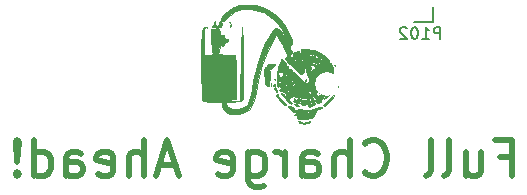
<source format=gbo>
G04 #@! TF.FileFunction,Legend,Bot*
%FSLAX46Y46*%
G04 Gerber Fmt 4.6, Leading zero omitted, Abs format (unit mm)*
G04 Created by KiCad (PCBNEW 0.201503210816+5526~22~ubuntu14.10.1-product) date Mon 23 Mar 2015 01:39:21 PM EDT*
%MOMM*%
G01*
G04 APERTURE LIST*
%ADD10C,0.100000*%
%ADD11C,0.500000*%
%ADD12C,0.150000*%
%ADD13R,2.032000X2.032000*%
%ADD14O,2.032000X2.032000*%
%ADD15C,1.600000*%
%ADD16R,1.500000X1.500000*%
%ADD17O,1.500000X1.500000*%
%ADD18C,1.998980*%
G04 APERTURE END LIST*
D10*
D11*
X187822573Y-111545714D02*
X188822573Y-111545714D01*
X188822573Y-113117143D02*
X188822573Y-110117143D01*
X187394002Y-110117143D01*
X184965430Y-111117143D02*
X184965430Y-113117143D01*
X186251144Y-111117143D02*
X186251144Y-112688571D01*
X186108287Y-112974286D01*
X185822573Y-113117143D01*
X185394001Y-113117143D01*
X185108287Y-112974286D01*
X184965430Y-112831429D01*
X183108287Y-113117143D02*
X183394001Y-112974286D01*
X183536858Y-112688571D01*
X183536858Y-110117143D01*
X181536858Y-113117143D02*
X181822572Y-112974286D01*
X181965429Y-112688571D01*
X181965429Y-110117143D01*
X176394001Y-112831429D02*
X176536858Y-112974286D01*
X176965429Y-113117143D01*
X177251143Y-113117143D01*
X177679715Y-112974286D01*
X177965429Y-112688571D01*
X178108286Y-112402857D01*
X178251143Y-111831429D01*
X178251143Y-111402857D01*
X178108286Y-110831429D01*
X177965429Y-110545714D01*
X177679715Y-110260000D01*
X177251143Y-110117143D01*
X176965429Y-110117143D01*
X176536858Y-110260000D01*
X176394001Y-110402857D01*
X175108286Y-113117143D02*
X175108286Y-110117143D01*
X173822572Y-113117143D02*
X173822572Y-111545714D01*
X173965429Y-111260000D01*
X174251143Y-111117143D01*
X174679715Y-111117143D01*
X174965429Y-111260000D01*
X175108286Y-111402857D01*
X171108286Y-113117143D02*
X171108286Y-111545714D01*
X171251143Y-111260000D01*
X171536857Y-111117143D01*
X172108286Y-111117143D01*
X172394000Y-111260000D01*
X171108286Y-112974286D02*
X171394000Y-113117143D01*
X172108286Y-113117143D01*
X172394000Y-112974286D01*
X172536857Y-112688571D01*
X172536857Y-112402857D01*
X172394000Y-112117143D01*
X172108286Y-111974286D01*
X171394000Y-111974286D01*
X171108286Y-111831429D01*
X169679714Y-113117143D02*
X169679714Y-111117143D01*
X169679714Y-111688571D02*
X169536857Y-111402857D01*
X169394000Y-111260000D01*
X169108286Y-111117143D01*
X168822571Y-111117143D01*
X166536857Y-111117143D02*
X166536857Y-113545714D01*
X166679714Y-113831429D01*
X166822571Y-113974286D01*
X167108286Y-114117143D01*
X167536857Y-114117143D01*
X167822571Y-113974286D01*
X166536857Y-112974286D02*
X166822571Y-113117143D01*
X167394000Y-113117143D01*
X167679714Y-112974286D01*
X167822571Y-112831429D01*
X167965428Y-112545714D01*
X167965428Y-111688571D01*
X167822571Y-111402857D01*
X167679714Y-111260000D01*
X167394000Y-111117143D01*
X166822571Y-111117143D01*
X166536857Y-111260000D01*
X163965428Y-112974286D02*
X164251142Y-113117143D01*
X164822571Y-113117143D01*
X165108285Y-112974286D01*
X165251142Y-112688571D01*
X165251142Y-111545714D01*
X165108285Y-111260000D01*
X164822571Y-111117143D01*
X164251142Y-111117143D01*
X163965428Y-111260000D01*
X163822571Y-111545714D01*
X163822571Y-111831429D01*
X165251142Y-112117143D01*
X160393999Y-112260000D02*
X158965428Y-112260000D01*
X160679714Y-113117143D02*
X159679714Y-110117143D01*
X158679714Y-113117143D01*
X157679713Y-113117143D02*
X157679713Y-110117143D01*
X156393999Y-113117143D02*
X156393999Y-111545714D01*
X156536856Y-111260000D01*
X156822570Y-111117143D01*
X157251142Y-111117143D01*
X157536856Y-111260000D01*
X157679713Y-111402857D01*
X153822570Y-112974286D02*
X154108284Y-113117143D01*
X154679713Y-113117143D01*
X154965427Y-112974286D01*
X155108284Y-112688571D01*
X155108284Y-111545714D01*
X154965427Y-111260000D01*
X154679713Y-111117143D01*
X154108284Y-111117143D01*
X153822570Y-111260000D01*
X153679713Y-111545714D01*
X153679713Y-111831429D01*
X155108284Y-112117143D01*
X151108284Y-113117143D02*
X151108284Y-111545714D01*
X151251141Y-111260000D01*
X151536855Y-111117143D01*
X152108284Y-111117143D01*
X152393998Y-111260000D01*
X151108284Y-112974286D02*
X151393998Y-113117143D01*
X152108284Y-113117143D01*
X152393998Y-112974286D01*
X152536855Y-112688571D01*
X152536855Y-112402857D01*
X152393998Y-112117143D01*
X152108284Y-111974286D01*
X151393998Y-111974286D01*
X151108284Y-111831429D01*
X148393998Y-113117143D02*
X148393998Y-110117143D01*
X148393998Y-112974286D02*
X148679712Y-113117143D01*
X149251141Y-113117143D01*
X149536855Y-112974286D01*
X149679712Y-112831429D01*
X149822569Y-112545714D01*
X149822569Y-111688571D01*
X149679712Y-111402857D01*
X149536855Y-111260000D01*
X149251141Y-111117143D01*
X148679712Y-111117143D01*
X148393998Y-111260000D01*
X146965426Y-112831429D02*
X146822569Y-112974286D01*
X146965426Y-113117143D01*
X147108283Y-112974286D01*
X146965426Y-112831429D01*
X146965426Y-113117143D01*
X146965426Y-111974286D02*
X147108283Y-110260000D01*
X146965426Y-110117143D01*
X146822569Y-110260000D01*
X146965426Y-111974286D01*
X146965426Y-110117143D01*
D12*
X182144000Y-100106000D02*
X180594000Y-100106000D01*
X182144000Y-98806000D02*
X182144000Y-100106000D01*
D10*
G36*
X171781940Y-108576182D02*
X171672073Y-108655809D01*
X171433810Y-108703062D01*
X171228339Y-108712000D01*
X170980305Y-108699532D01*
X170832311Y-108667047D01*
X170810530Y-108634564D01*
X170792728Y-108539919D01*
X170752027Y-108514248D01*
X170721176Y-108476862D01*
X170793833Y-108464684D01*
X170919218Y-108498723D01*
X170942000Y-108542666D01*
X171013781Y-108601276D01*
X171185473Y-108625531D01*
X171391595Y-108617409D01*
X171566669Y-108578887D01*
X171643019Y-108521500D01*
X171712593Y-108458990D01*
X171743220Y-108473533D01*
X171781940Y-108576182D01*
X171781940Y-108576182D01*
X171781940Y-108576182D01*
G37*
X171781940Y-108576182D02*
X171672073Y-108655809D01*
X171433810Y-108703062D01*
X171228339Y-108712000D01*
X170980305Y-108699532D01*
X170832311Y-108667047D01*
X170810530Y-108634564D01*
X170792728Y-108539919D01*
X170752027Y-108514248D01*
X170721176Y-108476862D01*
X170793833Y-108464684D01*
X170919218Y-108498723D01*
X170942000Y-108542666D01*
X171013781Y-108601276D01*
X171185473Y-108625531D01*
X171391595Y-108617409D01*
X171566669Y-108578887D01*
X171643019Y-108521500D01*
X171712593Y-108458990D01*
X171743220Y-108473533D01*
X171781940Y-108576182D01*
X171781940Y-108576182D01*
G36*
X172804666Y-107362330D02*
X172752796Y-107412896D01*
X172720000Y-107399666D01*
X172642106Y-107409188D01*
X172635333Y-107442000D01*
X172584200Y-107498181D01*
X172553754Y-107486241D01*
X172437447Y-107499878D01*
X172296467Y-107616033D01*
X172177525Y-107783676D01*
X172127333Y-107951774D01*
X172127333Y-107952095D01*
X172048647Y-108122370D01*
X171894500Y-108224227D01*
X171873333Y-108229962D01*
X171873333Y-107992333D01*
X171831000Y-107950000D01*
X171788666Y-107992333D01*
X171788666Y-107747391D01*
X171721872Y-107683312D01*
X171588872Y-107661672D01*
X171490739Y-107698612D01*
X171490048Y-107699697D01*
X171517919Y-107763497D01*
X171614336Y-107780666D01*
X171754840Y-107767030D01*
X171788666Y-107747391D01*
X171788666Y-107992333D01*
X171831000Y-108034666D01*
X171873333Y-107992333D01*
X171873333Y-108229962D01*
X171704000Y-108275845D01*
X171704000Y-108077000D01*
X171661666Y-108034666D01*
X171619333Y-108077000D01*
X171661666Y-108119333D01*
X171704000Y-108077000D01*
X171704000Y-108275845D01*
X171673719Y-108284051D01*
X171534666Y-108300436D01*
X171534666Y-108161666D01*
X171492333Y-108119333D01*
X171450000Y-108161666D01*
X171492333Y-108204000D01*
X171534666Y-108161666D01*
X171534666Y-108300436D01*
X171384332Y-108318151D01*
X171365333Y-108318600D01*
X171365333Y-108077000D01*
X171323000Y-108034666D01*
X171280666Y-108077000D01*
X171323000Y-108119333D01*
X171365333Y-108077000D01*
X171365333Y-108318600D01*
X171196000Y-108322610D01*
X171196000Y-107992333D01*
X171153666Y-107950000D01*
X171111333Y-107992333D01*
X171153666Y-108034666D01*
X171196000Y-107992333D01*
X171196000Y-108322610D01*
X171096356Y-108324970D01*
X171096356Y-107749688D01*
X171083111Y-107724222D01*
X170982631Y-107714089D01*
X170970222Y-107724222D01*
X170981844Y-107774556D01*
X171026666Y-107780666D01*
X171096356Y-107749688D01*
X171096356Y-108324970D01*
X171084555Y-108325250D01*
X170842356Y-108304890D01*
X170842356Y-107665021D01*
X170829111Y-107639555D01*
X170728631Y-107629422D01*
X170716222Y-107639555D01*
X170727844Y-107689889D01*
X170772666Y-107696000D01*
X170842356Y-107665021D01*
X170842356Y-108304890D01*
X170832600Y-108304070D01*
X170686682Y-108253336D01*
X170683974Y-108250774D01*
X170631225Y-108120287D01*
X170600108Y-107895909D01*
X170597382Y-107827233D01*
X170583030Y-107633725D01*
X170551028Y-107598128D01*
X170532794Y-107632441D01*
X170483364Y-107713106D01*
X170401303Y-107710598D01*
X170244250Y-107616105D01*
X170155752Y-107554001D01*
X169969435Y-107388396D01*
X169913428Y-107268497D01*
X169982780Y-107219380D01*
X170172535Y-107266117D01*
X170209453Y-107282203D01*
X170377042Y-107386177D01*
X170433564Y-107478122D01*
X170362232Y-107525413D01*
X170335222Y-107526666D01*
X170275358Y-107557958D01*
X170287255Y-107577478D01*
X170392708Y-107585700D01*
X170447174Y-107560857D01*
X170597226Y-107523554D01*
X170832982Y-107515371D01*
X170897307Y-107518895D01*
X171320527Y-107546583D01*
X171622580Y-107552814D01*
X171850657Y-107534253D01*
X172051950Y-107487568D01*
X172234074Y-107424476D01*
X172534781Y-107318573D01*
X172710475Y-107279654D01*
X172790259Y-107304548D01*
X172804666Y-107362330D01*
X172804666Y-107362330D01*
X172804666Y-107362330D01*
G37*
X172804666Y-107362330D02*
X172752796Y-107412896D01*
X172720000Y-107399666D01*
X172642106Y-107409188D01*
X172635333Y-107442000D01*
X172584200Y-107498181D01*
X172553754Y-107486241D01*
X172437447Y-107499878D01*
X172296467Y-107616033D01*
X172177525Y-107783676D01*
X172127333Y-107951774D01*
X172127333Y-107952095D01*
X172048647Y-108122370D01*
X171894500Y-108224227D01*
X171873333Y-108229962D01*
X171873333Y-107992333D01*
X171831000Y-107950000D01*
X171788666Y-107992333D01*
X171788666Y-107747391D01*
X171721872Y-107683312D01*
X171588872Y-107661672D01*
X171490739Y-107698612D01*
X171490048Y-107699697D01*
X171517919Y-107763497D01*
X171614336Y-107780666D01*
X171754840Y-107767030D01*
X171788666Y-107747391D01*
X171788666Y-107992333D01*
X171831000Y-108034666D01*
X171873333Y-107992333D01*
X171873333Y-108229962D01*
X171704000Y-108275845D01*
X171704000Y-108077000D01*
X171661666Y-108034666D01*
X171619333Y-108077000D01*
X171661666Y-108119333D01*
X171704000Y-108077000D01*
X171704000Y-108275845D01*
X171673719Y-108284051D01*
X171534666Y-108300436D01*
X171534666Y-108161666D01*
X171492333Y-108119333D01*
X171450000Y-108161666D01*
X171492333Y-108204000D01*
X171534666Y-108161666D01*
X171534666Y-108300436D01*
X171384332Y-108318151D01*
X171365333Y-108318600D01*
X171365333Y-108077000D01*
X171323000Y-108034666D01*
X171280666Y-108077000D01*
X171323000Y-108119333D01*
X171365333Y-108077000D01*
X171365333Y-108318600D01*
X171196000Y-108322610D01*
X171196000Y-107992333D01*
X171153666Y-107950000D01*
X171111333Y-107992333D01*
X171153666Y-108034666D01*
X171196000Y-107992333D01*
X171196000Y-108322610D01*
X171096356Y-108324970D01*
X171096356Y-107749688D01*
X171083111Y-107724222D01*
X170982631Y-107714089D01*
X170970222Y-107724222D01*
X170981844Y-107774556D01*
X171026666Y-107780666D01*
X171096356Y-107749688D01*
X171096356Y-108324970D01*
X171084555Y-108325250D01*
X170842356Y-108304890D01*
X170842356Y-107665021D01*
X170829111Y-107639555D01*
X170728631Y-107629422D01*
X170716222Y-107639555D01*
X170727844Y-107689889D01*
X170772666Y-107696000D01*
X170842356Y-107665021D01*
X170842356Y-108304890D01*
X170832600Y-108304070D01*
X170686682Y-108253336D01*
X170683974Y-108250774D01*
X170631225Y-108120287D01*
X170600108Y-107895909D01*
X170597382Y-107827233D01*
X170583030Y-107633725D01*
X170551028Y-107598128D01*
X170532794Y-107632441D01*
X170483364Y-107713106D01*
X170401303Y-107710598D01*
X170244250Y-107616105D01*
X170155752Y-107554001D01*
X169969435Y-107388396D01*
X169913428Y-107268497D01*
X169982780Y-107219380D01*
X170172535Y-107266117D01*
X170209453Y-107282203D01*
X170377042Y-107386177D01*
X170433564Y-107478122D01*
X170362232Y-107525413D01*
X170335222Y-107526666D01*
X170275358Y-107557958D01*
X170287255Y-107577478D01*
X170392708Y-107585700D01*
X170447174Y-107560857D01*
X170597226Y-107523554D01*
X170832982Y-107515371D01*
X170897307Y-107518895D01*
X171320527Y-107546583D01*
X171622580Y-107552814D01*
X171850657Y-107534253D01*
X172051950Y-107487568D01*
X172234074Y-107424476D01*
X172534781Y-107318573D01*
X172710475Y-107279654D01*
X172790259Y-107304548D01*
X172804666Y-107362330D01*
X172804666Y-107362330D01*
G36*
X170500577Y-107994035D02*
X170490444Y-108006444D01*
X170440110Y-107994822D01*
X170434000Y-107950000D01*
X170464978Y-107880309D01*
X170490444Y-107893555D01*
X170500577Y-107994035D01*
X170500577Y-107994035D01*
X170500577Y-107994035D01*
G37*
X170500577Y-107994035D02*
X170490444Y-108006444D01*
X170440110Y-107994822D01*
X170434000Y-107950000D01*
X170464978Y-107880309D01*
X170490444Y-107893555D01*
X170500577Y-107994035D01*
X170500577Y-107994035D01*
G36*
X171270062Y-104198196D02*
X171259222Y-104334556D01*
X171196000Y-104408517D01*
X171196000Y-104267000D01*
X171153666Y-104224666D01*
X171111333Y-104267000D01*
X171111333Y-104097666D01*
X171069000Y-104055333D01*
X171026666Y-104097666D01*
X171069000Y-104140000D01*
X171111333Y-104097666D01*
X171111333Y-104267000D01*
X171153666Y-104309333D01*
X171196000Y-104267000D01*
X171196000Y-104408517D01*
X171180197Y-104427005D01*
X171162028Y-104440688D01*
X170996221Y-104516682D01*
X170846007Y-104464613D01*
X170751908Y-104356166D01*
X170751908Y-103552845D01*
X170740326Y-103547333D01*
X170673071Y-103599214D01*
X170673071Y-103317013D01*
X170614850Y-103306018D01*
X170596498Y-103309722D01*
X170503473Y-103274600D01*
X170499597Y-103223540D01*
X170472193Y-103154435D01*
X170431986Y-103167577D01*
X170389848Y-103259781D01*
X170440255Y-103343204D01*
X170486617Y-103440607D01*
X170425124Y-103455442D01*
X170297526Y-103384472D01*
X170264516Y-103356833D01*
X170189513Y-103296007D01*
X170222962Y-103352379D01*
X170257950Y-103399166D01*
X170394974Y-103530479D01*
X170519023Y-103505483D01*
X170607298Y-103415556D01*
X170673071Y-103317013D01*
X170673071Y-103599214D01*
X170663061Y-103606936D01*
X170645666Y-103632000D01*
X170624091Y-103711154D01*
X170635673Y-103716666D01*
X170712938Y-103657063D01*
X170730333Y-103632000D01*
X170751908Y-103552845D01*
X170751908Y-104356166D01*
X170688000Y-104282514D01*
X170688000Y-104013000D01*
X170645666Y-103970666D01*
X170603333Y-104013000D01*
X170645666Y-104055333D01*
X170688000Y-104013000D01*
X170688000Y-104282514D01*
X170677285Y-104270166D01*
X170645666Y-104223950D01*
X170518666Y-104067156D01*
X170518666Y-103674333D01*
X170476333Y-103632000D01*
X170434000Y-103674333D01*
X170476333Y-103716666D01*
X170518666Y-103674333D01*
X170518666Y-104067156D01*
X170509597Y-104055960D01*
X170396112Y-103972826D01*
X170383521Y-103970910D01*
X170282032Y-103912288D01*
X170109721Y-103759741D01*
X169927983Y-103572101D01*
X169734727Y-103354205D01*
X169643449Y-103223316D01*
X169640126Y-103143086D01*
X169710729Y-103077166D01*
X169731576Y-103063105D01*
X169798512Y-103009352D01*
X169826307Y-102940405D01*
X169806711Y-102827896D01*
X169731476Y-102643455D01*
X169592352Y-102358712D01*
X169439836Y-102059762D01*
X169253252Y-101713783D01*
X169085879Y-101435841D01*
X168955980Y-101254200D01*
X168882388Y-101196935D01*
X168807492Y-101280767D01*
X168678451Y-101486068D01*
X168513799Y-101781363D01*
X168343547Y-102112009D01*
X168004651Y-102890121D01*
X167702883Y-103767000D01*
X167459731Y-104672804D01*
X167302867Y-105494666D01*
X167182155Y-106157210D01*
X167031935Y-106715844D01*
X166859167Y-107149723D01*
X166670810Y-107438000D01*
X166645551Y-107463686D01*
X166248399Y-107734596D01*
X165763613Y-107893432D01*
X165240648Y-107927519D01*
X164973000Y-107892344D01*
X164655864Y-107747136D01*
X164432312Y-107479968D01*
X164346598Y-107221417D01*
X164293203Y-106891666D01*
X163536844Y-106866959D01*
X163185815Y-106846096D01*
X162893819Y-106811456D01*
X162706507Y-106769160D01*
X162670242Y-106750758D01*
X162639532Y-106690973D01*
X162614709Y-106558165D01*
X162595249Y-106337936D01*
X162580629Y-106015886D01*
X162570329Y-105577617D01*
X162563824Y-105008729D01*
X162560593Y-104294824D01*
X162559999Y-103712347D01*
X162560792Y-102915907D01*
X162563653Y-102271991D01*
X162569308Y-101763794D01*
X162578484Y-101374510D01*
X162591906Y-101087336D01*
X162610301Y-100885466D01*
X162634393Y-100752096D01*
X162664910Y-100670421D01*
X162693047Y-100632380D01*
X162820350Y-100526281D01*
X162879314Y-100499333D01*
X162881802Y-100544543D01*
X162852099Y-100579471D01*
X162822940Y-100691866D01*
X162802993Y-100941399D01*
X162793733Y-101296053D01*
X162796632Y-101723812D01*
X162797540Y-101764805D01*
X162823413Y-102870000D01*
X163255162Y-102870000D01*
X163504188Y-102866051D01*
X163612380Y-102844125D01*
X163608210Y-102789106D01*
X163546788Y-102715166D01*
X163482490Y-102610971D01*
X163440547Y-102446814D01*
X163416878Y-102190621D01*
X163407399Y-101810318D01*
X163406666Y-101614499D01*
X163406666Y-100668666D01*
X163745333Y-100668666D01*
X164084000Y-100668666D01*
X164093821Y-101070833D01*
X164106154Y-101271679D01*
X164127128Y-101350888D01*
X164142362Y-101324833D01*
X164234994Y-101201434D01*
X164372926Y-101179537D01*
X164483838Y-101254948D01*
X164507333Y-101346000D01*
X164566137Y-101486508D01*
X164682874Y-101515333D01*
X164816805Y-101559696D01*
X164827797Y-101663500D01*
X164734143Y-101783270D01*
X164652256Y-101799907D01*
X164529626Y-101855542D01*
X164507333Y-101948074D01*
X164447758Y-102073728D01*
X164317424Y-102106898D01*
X164188913Y-102045244D01*
X164142362Y-101959833D01*
X164119800Y-101950954D01*
X164101659Y-102081779D01*
X164093821Y-102256166D01*
X164079856Y-102517722D01*
X164041628Y-102651115D01*
X163962146Y-102697360D01*
X163909669Y-102700666D01*
X163792599Y-102733259D01*
X163787666Y-102785333D01*
X163890231Y-102822250D01*
X164122378Y-102850957D01*
X164444413Y-102867507D01*
X164639330Y-102870000D01*
X165438666Y-102870000D01*
X165453534Y-103695500D01*
X165460180Y-104128675D01*
X165466567Y-104656876D01*
X165471868Y-105205794D01*
X165474701Y-105597788D01*
X165481000Y-106674577D01*
X164253333Y-106700900D01*
X163025666Y-106727222D01*
X164443833Y-106745944D01*
X165862000Y-106764666D01*
X165862222Y-105388833D01*
X165865835Y-104839044D01*
X165875705Y-104180018D01*
X165890609Y-103471686D01*
X165909325Y-102773978D01*
X165925722Y-102277333D01*
X165989000Y-100541666D01*
X166041569Y-101811666D01*
X166069459Y-102582098D01*
X166089531Y-103342252D01*
X166101891Y-104072654D01*
X166106648Y-104753830D01*
X166103909Y-105366308D01*
X166093780Y-105890612D01*
X166076368Y-106307270D01*
X166051782Y-106596808D01*
X166020128Y-106739752D01*
X166014400Y-106747733D01*
X165873287Y-106803049D01*
X165602822Y-106838678D01*
X165294733Y-106849333D01*
X164973270Y-106854318D01*
X164786262Y-106875012D01*
X164698981Y-106920020D01*
X164676697Y-106997946D01*
X164676666Y-107002484D01*
X164752277Y-107252901D01*
X164970876Y-107425205D01*
X165251824Y-107501189D01*
X165625205Y-107497513D01*
X165992045Y-107403819D01*
X166298872Y-107240492D01*
X166491973Y-107028387D01*
X166609027Y-106732831D01*
X166730680Y-106301578D01*
X166848773Y-105767783D01*
X166955151Y-105164602D01*
X166963015Y-105113666D01*
X167155132Y-104185391D01*
X167445729Y-103216414D01*
X167810555Y-102282706D01*
X167987211Y-101904917D01*
X168270526Y-101365095D01*
X168513236Y-100981015D01*
X168725031Y-100746728D01*
X168915602Y-100656284D01*
X169094637Y-100703733D01*
X169271827Y-100883127D01*
X169380142Y-101049666D01*
X169510380Y-101263834D01*
X169603506Y-101402048D01*
X169630574Y-101430666D01*
X169613509Y-101359994D01*
X169542740Y-101174602D01*
X169433524Y-100914425D01*
X169432029Y-100910981D01*
X169272807Y-100596147D01*
X169074109Y-100323101D01*
X168793857Y-100038613D01*
X168620852Y-99884819D01*
X168325411Y-99642507D01*
X168043568Y-99434062D01*
X167822250Y-99293449D01*
X167765001Y-99265375D01*
X167462279Y-99172369D01*
X167072334Y-99098331D01*
X166649105Y-99048474D01*
X166246532Y-99028015D01*
X165918556Y-99042169D01*
X165770516Y-99072539D01*
X165446352Y-99219476D01*
X165127528Y-99424042D01*
X164870402Y-99645966D01*
X164751265Y-99800833D01*
X164580443Y-99961170D01*
X164441083Y-99991333D01*
X164298047Y-100013432D01*
X164258417Y-100114133D01*
X164270916Y-100242084D01*
X164261884Y-100459767D01*
X164188934Y-100538418D01*
X164041273Y-100568925D01*
X163840890Y-100581727D01*
X163640366Y-100578207D01*
X163492279Y-100559748D01*
X163449210Y-100527734D01*
X163458755Y-100519203D01*
X163555320Y-100396317D01*
X163621859Y-100245333D01*
X163690542Y-100033666D01*
X163742921Y-100245333D01*
X163834124Y-100419046D01*
X163951699Y-100444449D01*
X164046400Y-100324746D01*
X164068457Y-100224166D01*
X164112774Y-100055037D01*
X164174290Y-99991333D01*
X164244480Y-99922689D01*
X164253333Y-99864577D01*
X164320602Y-99691638D01*
X164498734Y-99467609D01*
X164752210Y-99226531D01*
X165045515Y-99002443D01*
X165323605Y-98838783D01*
X165549871Y-98734480D01*
X165742380Y-98671333D01*
X165951774Y-98642327D01*
X166228694Y-98640449D01*
X166623783Y-98658685D01*
X166623933Y-98658693D01*
X167211695Y-98716659D01*
X167699916Y-98832889D01*
X168142093Y-99029217D01*
X168591724Y-99327476D01*
X168928624Y-99599312D01*
X169251107Y-99892889D01*
X169489062Y-100169605D01*
X169693838Y-100495911D01*
X169839162Y-100777645D01*
X170060427Y-101251577D01*
X170193777Y-101600072D01*
X170242784Y-101840182D01*
X170211022Y-101988959D01*
X170108163Y-102061594D01*
X169998284Y-102105649D01*
X169981321Y-102173091D01*
X170055367Y-102316305D01*
X170096411Y-102384126D01*
X170196879Y-102570681D01*
X170204524Y-102686730D01*
X170127768Y-102796270D01*
X170045887Y-102914029D01*
X170099940Y-102993345D01*
X170175702Y-103037033D01*
X170303038Y-103090365D01*
X170325011Y-103026885D01*
X170303748Y-102929520D01*
X170295749Y-102776088D01*
X170395388Y-102673915D01*
X170515402Y-102617352D01*
X170701384Y-102552423D01*
X170806046Y-102538629D01*
X170809934Y-102541103D01*
X170848648Y-102637143D01*
X170919075Y-102861908D01*
X171011008Y-103180060D01*
X171114238Y-103556263D01*
X171218559Y-103955179D01*
X171219702Y-103959670D01*
X171270062Y-104198196D01*
X171270062Y-104198196D01*
X171270062Y-104198196D01*
G37*
X171270062Y-104198196D02*
X171259222Y-104334556D01*
X171196000Y-104408517D01*
X171196000Y-104267000D01*
X171153666Y-104224666D01*
X171111333Y-104267000D01*
X171111333Y-104097666D01*
X171069000Y-104055333D01*
X171026666Y-104097666D01*
X171069000Y-104140000D01*
X171111333Y-104097666D01*
X171111333Y-104267000D01*
X171153666Y-104309333D01*
X171196000Y-104267000D01*
X171196000Y-104408517D01*
X171180197Y-104427005D01*
X171162028Y-104440688D01*
X170996221Y-104516682D01*
X170846007Y-104464613D01*
X170751908Y-104356166D01*
X170751908Y-103552845D01*
X170740326Y-103547333D01*
X170673071Y-103599214D01*
X170673071Y-103317013D01*
X170614850Y-103306018D01*
X170596498Y-103309722D01*
X170503473Y-103274600D01*
X170499597Y-103223540D01*
X170472193Y-103154435D01*
X170431986Y-103167577D01*
X170389848Y-103259781D01*
X170440255Y-103343204D01*
X170486617Y-103440607D01*
X170425124Y-103455442D01*
X170297526Y-103384472D01*
X170264516Y-103356833D01*
X170189513Y-103296007D01*
X170222962Y-103352379D01*
X170257950Y-103399166D01*
X170394974Y-103530479D01*
X170519023Y-103505483D01*
X170607298Y-103415556D01*
X170673071Y-103317013D01*
X170673071Y-103599214D01*
X170663061Y-103606936D01*
X170645666Y-103632000D01*
X170624091Y-103711154D01*
X170635673Y-103716666D01*
X170712938Y-103657063D01*
X170730333Y-103632000D01*
X170751908Y-103552845D01*
X170751908Y-104356166D01*
X170688000Y-104282514D01*
X170688000Y-104013000D01*
X170645666Y-103970666D01*
X170603333Y-104013000D01*
X170645666Y-104055333D01*
X170688000Y-104013000D01*
X170688000Y-104282514D01*
X170677285Y-104270166D01*
X170645666Y-104223950D01*
X170518666Y-104067156D01*
X170518666Y-103674333D01*
X170476333Y-103632000D01*
X170434000Y-103674333D01*
X170476333Y-103716666D01*
X170518666Y-103674333D01*
X170518666Y-104067156D01*
X170509597Y-104055960D01*
X170396112Y-103972826D01*
X170383521Y-103970910D01*
X170282032Y-103912288D01*
X170109721Y-103759741D01*
X169927983Y-103572101D01*
X169734727Y-103354205D01*
X169643449Y-103223316D01*
X169640126Y-103143086D01*
X169710729Y-103077166D01*
X169731576Y-103063105D01*
X169798512Y-103009352D01*
X169826307Y-102940405D01*
X169806711Y-102827896D01*
X169731476Y-102643455D01*
X169592352Y-102358712D01*
X169439836Y-102059762D01*
X169253252Y-101713783D01*
X169085879Y-101435841D01*
X168955980Y-101254200D01*
X168882388Y-101196935D01*
X168807492Y-101280767D01*
X168678451Y-101486068D01*
X168513799Y-101781363D01*
X168343547Y-102112009D01*
X168004651Y-102890121D01*
X167702883Y-103767000D01*
X167459731Y-104672804D01*
X167302867Y-105494666D01*
X167182155Y-106157210D01*
X167031935Y-106715844D01*
X166859167Y-107149723D01*
X166670810Y-107438000D01*
X166645551Y-107463686D01*
X166248399Y-107734596D01*
X165763613Y-107893432D01*
X165240648Y-107927519D01*
X164973000Y-107892344D01*
X164655864Y-107747136D01*
X164432312Y-107479968D01*
X164346598Y-107221417D01*
X164293203Y-106891666D01*
X163536844Y-106866959D01*
X163185815Y-106846096D01*
X162893819Y-106811456D01*
X162706507Y-106769160D01*
X162670242Y-106750758D01*
X162639532Y-106690973D01*
X162614709Y-106558165D01*
X162595249Y-106337936D01*
X162580629Y-106015886D01*
X162570329Y-105577617D01*
X162563824Y-105008729D01*
X162560593Y-104294824D01*
X162559999Y-103712347D01*
X162560792Y-102915907D01*
X162563653Y-102271991D01*
X162569308Y-101763794D01*
X162578484Y-101374510D01*
X162591906Y-101087336D01*
X162610301Y-100885466D01*
X162634393Y-100752096D01*
X162664910Y-100670421D01*
X162693047Y-100632380D01*
X162820350Y-100526281D01*
X162879314Y-100499333D01*
X162881802Y-100544543D01*
X162852099Y-100579471D01*
X162822940Y-100691866D01*
X162802993Y-100941399D01*
X162793733Y-101296053D01*
X162796632Y-101723812D01*
X162797540Y-101764805D01*
X162823413Y-102870000D01*
X163255162Y-102870000D01*
X163504188Y-102866051D01*
X163612380Y-102844125D01*
X163608210Y-102789106D01*
X163546788Y-102715166D01*
X163482490Y-102610971D01*
X163440547Y-102446814D01*
X163416878Y-102190621D01*
X163407399Y-101810318D01*
X163406666Y-101614499D01*
X163406666Y-100668666D01*
X163745333Y-100668666D01*
X164084000Y-100668666D01*
X164093821Y-101070833D01*
X164106154Y-101271679D01*
X164127128Y-101350888D01*
X164142362Y-101324833D01*
X164234994Y-101201434D01*
X164372926Y-101179537D01*
X164483838Y-101254948D01*
X164507333Y-101346000D01*
X164566137Y-101486508D01*
X164682874Y-101515333D01*
X164816805Y-101559696D01*
X164827797Y-101663500D01*
X164734143Y-101783270D01*
X164652256Y-101799907D01*
X164529626Y-101855542D01*
X164507333Y-101948074D01*
X164447758Y-102073728D01*
X164317424Y-102106898D01*
X164188913Y-102045244D01*
X164142362Y-101959833D01*
X164119800Y-101950954D01*
X164101659Y-102081779D01*
X164093821Y-102256166D01*
X164079856Y-102517722D01*
X164041628Y-102651115D01*
X163962146Y-102697360D01*
X163909669Y-102700666D01*
X163792599Y-102733259D01*
X163787666Y-102785333D01*
X163890231Y-102822250D01*
X164122378Y-102850957D01*
X164444413Y-102867507D01*
X164639330Y-102870000D01*
X165438666Y-102870000D01*
X165453534Y-103695500D01*
X165460180Y-104128675D01*
X165466567Y-104656876D01*
X165471868Y-105205794D01*
X165474701Y-105597788D01*
X165481000Y-106674577D01*
X164253333Y-106700900D01*
X163025666Y-106727222D01*
X164443833Y-106745944D01*
X165862000Y-106764666D01*
X165862222Y-105388833D01*
X165865835Y-104839044D01*
X165875705Y-104180018D01*
X165890609Y-103471686D01*
X165909325Y-102773978D01*
X165925722Y-102277333D01*
X165989000Y-100541666D01*
X166041569Y-101811666D01*
X166069459Y-102582098D01*
X166089531Y-103342252D01*
X166101891Y-104072654D01*
X166106648Y-104753830D01*
X166103909Y-105366308D01*
X166093780Y-105890612D01*
X166076368Y-106307270D01*
X166051782Y-106596808D01*
X166020128Y-106739752D01*
X166014400Y-106747733D01*
X165873287Y-106803049D01*
X165602822Y-106838678D01*
X165294733Y-106849333D01*
X164973270Y-106854318D01*
X164786262Y-106875012D01*
X164698981Y-106920020D01*
X164676697Y-106997946D01*
X164676666Y-107002484D01*
X164752277Y-107252901D01*
X164970876Y-107425205D01*
X165251824Y-107501189D01*
X165625205Y-107497513D01*
X165992045Y-107403819D01*
X166298872Y-107240492D01*
X166491973Y-107028387D01*
X166609027Y-106732831D01*
X166730680Y-106301578D01*
X166848773Y-105767783D01*
X166955151Y-105164602D01*
X166963015Y-105113666D01*
X167155132Y-104185391D01*
X167445729Y-103216414D01*
X167810555Y-102282706D01*
X167987211Y-101904917D01*
X168270526Y-101365095D01*
X168513236Y-100981015D01*
X168725031Y-100746728D01*
X168915602Y-100656284D01*
X169094637Y-100703733D01*
X169271827Y-100883127D01*
X169380142Y-101049666D01*
X169510380Y-101263834D01*
X169603506Y-101402048D01*
X169630574Y-101430666D01*
X169613509Y-101359994D01*
X169542740Y-101174602D01*
X169433524Y-100914425D01*
X169432029Y-100910981D01*
X169272807Y-100596147D01*
X169074109Y-100323101D01*
X168793857Y-100038613D01*
X168620852Y-99884819D01*
X168325411Y-99642507D01*
X168043568Y-99434062D01*
X167822250Y-99293449D01*
X167765001Y-99265375D01*
X167462279Y-99172369D01*
X167072334Y-99098331D01*
X166649105Y-99048474D01*
X166246532Y-99028015D01*
X165918556Y-99042169D01*
X165770516Y-99072539D01*
X165446352Y-99219476D01*
X165127528Y-99424042D01*
X164870402Y-99645966D01*
X164751265Y-99800833D01*
X164580443Y-99961170D01*
X164441083Y-99991333D01*
X164298047Y-100013432D01*
X164258417Y-100114133D01*
X164270916Y-100242084D01*
X164261884Y-100459767D01*
X164188934Y-100538418D01*
X164041273Y-100568925D01*
X163840890Y-100581727D01*
X163640366Y-100578207D01*
X163492279Y-100559748D01*
X163449210Y-100527734D01*
X163458755Y-100519203D01*
X163555320Y-100396317D01*
X163621859Y-100245333D01*
X163690542Y-100033666D01*
X163742921Y-100245333D01*
X163834124Y-100419046D01*
X163951699Y-100444449D01*
X164046400Y-100324746D01*
X164068457Y-100224166D01*
X164112774Y-100055037D01*
X164174290Y-99991333D01*
X164244480Y-99922689D01*
X164253333Y-99864577D01*
X164320602Y-99691638D01*
X164498734Y-99467609D01*
X164752210Y-99226531D01*
X165045515Y-99002443D01*
X165323605Y-98838783D01*
X165549871Y-98734480D01*
X165742380Y-98671333D01*
X165951774Y-98642327D01*
X166228694Y-98640449D01*
X166623783Y-98658685D01*
X166623933Y-98658693D01*
X167211695Y-98716659D01*
X167699916Y-98832889D01*
X168142093Y-99029217D01*
X168591724Y-99327476D01*
X168928624Y-99599312D01*
X169251107Y-99892889D01*
X169489062Y-100169605D01*
X169693838Y-100495911D01*
X169839162Y-100777645D01*
X170060427Y-101251577D01*
X170193777Y-101600072D01*
X170242784Y-101840182D01*
X170211022Y-101988959D01*
X170108163Y-102061594D01*
X169998284Y-102105649D01*
X169981321Y-102173091D01*
X170055367Y-102316305D01*
X170096411Y-102384126D01*
X170196879Y-102570681D01*
X170204524Y-102686730D01*
X170127768Y-102796270D01*
X170045887Y-102914029D01*
X170099940Y-102993345D01*
X170175702Y-103037033D01*
X170303038Y-103090365D01*
X170325011Y-103026885D01*
X170303748Y-102929520D01*
X170295749Y-102776088D01*
X170395388Y-102673915D01*
X170515402Y-102617352D01*
X170701384Y-102552423D01*
X170806046Y-102538629D01*
X170809934Y-102541103D01*
X170848648Y-102637143D01*
X170919075Y-102861908D01*
X171011008Y-103180060D01*
X171114238Y-103556263D01*
X171218559Y-103955179D01*
X171219702Y-103959670D01*
X171270062Y-104198196D01*
X171270062Y-104198196D01*
G36*
X173789815Y-104729929D02*
X173785990Y-105121697D01*
X173737248Y-105457338D01*
X173736000Y-105460827D01*
X173736000Y-105029000D01*
X173693666Y-104986666D01*
X173651333Y-105029000D01*
X173693666Y-105071333D01*
X173736000Y-105029000D01*
X173736000Y-105460827D01*
X173721023Y-105502701D01*
X173721023Y-105209688D01*
X173707777Y-105184222D01*
X173607298Y-105174089D01*
X173594888Y-105184222D01*
X173606511Y-105234556D01*
X173651333Y-105240666D01*
X173721023Y-105209688D01*
X173721023Y-105502701D01*
X173649307Y-105703213D01*
X173551690Y-105801673D01*
X173551690Y-104532355D01*
X173538444Y-104506888D01*
X173437964Y-104496755D01*
X173425555Y-104506888D01*
X173437177Y-104557223D01*
X173482000Y-104563333D01*
X173551690Y-104532355D01*
X173551690Y-105801673D01*
X173527886Y-105825683D01*
X173484986Y-105833333D01*
X173482000Y-105834474D01*
X173482000Y-104944333D01*
X173453017Y-104785218D01*
X173397333Y-104732666D01*
X173331146Y-104800177D01*
X173314521Y-104945149D01*
X173354102Y-105081237D01*
X173369111Y-105099555D01*
X173446484Y-105149790D01*
X173477848Y-105071540D01*
X173482000Y-104944333D01*
X173482000Y-105834474D01*
X173469512Y-105839247D01*
X173469512Y-105729950D01*
X173447390Y-105683785D01*
X173352156Y-105612916D01*
X173312666Y-105621666D01*
X173259543Y-105614409D01*
X173259543Y-105085392D01*
X173248722Y-104944333D01*
X173213023Y-104835006D01*
X173213023Y-104617021D01*
X173207241Y-104605904D01*
X173207241Y-103722179D01*
X173195660Y-103716666D01*
X173136175Y-103762553D01*
X173136175Y-103516147D01*
X173070471Y-103507103D01*
X172975698Y-103587620D01*
X172966716Y-103605132D01*
X172966716Y-103374236D01*
X172957648Y-103333426D01*
X172894667Y-103358834D01*
X172852443Y-103437848D01*
X172826665Y-103536763D01*
X172888688Y-103496183D01*
X172899839Y-103485244D01*
X172966716Y-103374236D01*
X172966716Y-103605132D01*
X172921097Y-103694078D01*
X172958636Y-103716666D01*
X173082729Y-103654356D01*
X173104481Y-103626367D01*
X173136175Y-103516147D01*
X173136175Y-103762553D01*
X173118394Y-103776270D01*
X173101000Y-103801333D01*
X173079425Y-103880487D01*
X173091006Y-103886000D01*
X173168271Y-103826396D01*
X173185666Y-103801333D01*
X173207241Y-103722179D01*
X173207241Y-104605904D01*
X173199777Y-104591555D01*
X173099298Y-104581422D01*
X173086888Y-104591555D01*
X173098511Y-104641889D01*
X173143333Y-104648000D01*
X173213023Y-104617021D01*
X173213023Y-104835006D01*
X173196838Y-104785440D01*
X173145204Y-104732666D01*
X173111789Y-104803274D01*
X173122611Y-104944333D01*
X173174494Y-105103225D01*
X173226129Y-105156000D01*
X173259543Y-105085392D01*
X173259543Y-105614409D01*
X173209284Y-105607544D01*
X173186520Y-105580714D01*
X173076243Y-105496780D01*
X172989657Y-105558415D01*
X172975296Y-105642833D01*
X172989721Y-105741460D01*
X173051674Y-105684988D01*
X173066811Y-105664000D01*
X173122094Y-105611246D01*
X173123033Y-105699371D01*
X173106555Y-105791000D01*
X173056080Y-106045000D01*
X173216196Y-105858100D01*
X173349643Y-105743220D01*
X173442730Y-105731100D01*
X173469512Y-105729950D01*
X173469512Y-105839247D01*
X173330758Y-105892281D01*
X173283703Y-105956021D01*
X173287460Y-106041930D01*
X173359311Y-106031629D01*
X173469655Y-106017983D01*
X173460454Y-106098413D01*
X173340001Y-106255946D01*
X173164500Y-106430322D01*
X173006801Y-106571036D01*
X172933720Y-106627590D01*
X172946380Y-106605784D01*
X173001192Y-106473478D01*
X172956589Y-106398691D01*
X172956589Y-104919157D01*
X172945406Y-104880833D01*
X172914503Y-104870197D01*
X172902701Y-104986666D01*
X172916007Y-105106862D01*
X172945406Y-105092500D01*
X172956589Y-104919157D01*
X172956589Y-106398691D01*
X172949255Y-106386395D01*
X172889333Y-106370121D01*
X172889333Y-106045000D01*
X172882175Y-106037841D01*
X172882175Y-105548147D01*
X172816471Y-105539103D01*
X172801859Y-105551517D01*
X172801859Y-103126233D01*
X172721249Y-103173412D01*
X172702142Y-103188980D01*
X172635333Y-103221628D01*
X172635333Y-103081666D01*
X172593000Y-103039333D01*
X172550666Y-103081666D01*
X172593000Y-103124000D01*
X172635333Y-103081666D01*
X172635333Y-103221628D01*
X172595666Y-103241013D01*
X172497145Y-103172898D01*
X172425105Y-103071980D01*
X172303301Y-102929094D01*
X172221363Y-102940593D01*
X172214513Y-102950598D01*
X172147556Y-103001228D01*
X172103119Y-102929021D01*
X171993914Y-102847154D01*
X171800281Y-102818051D01*
X171599307Y-102843615D01*
X171477000Y-102913555D01*
X171455630Y-102954975D01*
X171482298Y-102936478D01*
X171608293Y-102922590D01*
X171715132Y-102960624D01*
X171845256Y-103001250D01*
X171873333Y-102951597D01*
X171920650Y-102927236D01*
X172006380Y-102990952D01*
X172160201Y-103098777D01*
X172250013Y-103124000D01*
X172392236Y-103183503D01*
X172468340Y-103253819D01*
X172618938Y-103351443D01*
X172747938Y-103290641D01*
X172791976Y-103203375D01*
X172801859Y-103126233D01*
X172801859Y-105551517D01*
X172789690Y-105561855D01*
X172789690Y-104701688D01*
X172776444Y-104676222D01*
X172675964Y-104666089D01*
X172663555Y-104676222D01*
X172675177Y-104726556D01*
X172720000Y-104732666D01*
X172789690Y-104701688D01*
X172789690Y-105561855D01*
X172721698Y-105619620D01*
X172667097Y-105726078D01*
X172704636Y-105748666D01*
X172828729Y-105686356D01*
X172850481Y-105658367D01*
X172882175Y-105548147D01*
X172882175Y-106037841D01*
X172847000Y-106002666D01*
X172804666Y-106045000D01*
X172847000Y-106087333D01*
X172889333Y-106045000D01*
X172889333Y-106370121D01*
X172835738Y-106355566D01*
X172716658Y-106434458D01*
X172706000Y-106452237D01*
X172706000Y-106224500D01*
X172696637Y-106118398D01*
X172652344Y-106119153D01*
X172635333Y-106115650D01*
X172635333Y-103630755D01*
X172569411Y-103539715D01*
X172411344Y-103413654D01*
X172220677Y-103292809D01*
X172056957Y-103217416D01*
X172011133Y-103208983D01*
X171995032Y-103260485D01*
X172044364Y-103337712D01*
X172147314Y-103427076D01*
X172188787Y-103429434D01*
X172267733Y-103453872D01*
X172388388Y-103554388D01*
X172546699Y-103691906D01*
X172622428Y-103697520D01*
X172635333Y-103630755D01*
X172635333Y-106115650D01*
X172615930Y-106111656D01*
X172615930Y-105140125D01*
X172560355Y-105070960D01*
X172560355Y-103922345D01*
X172551831Y-103848775D01*
X172412260Y-103721078D01*
X172264271Y-103621015D01*
X172009616Y-103466641D01*
X171865741Y-103394760D01*
X171802241Y-103394378D01*
X171788666Y-103449045D01*
X171858062Y-103525308D01*
X172032974Y-103634356D01*
X172126361Y-103681878D01*
X172331020Y-103793909D01*
X172451539Y-103886884D01*
X172465028Y-103912163D01*
X172520220Y-103940579D01*
X172560355Y-103922345D01*
X172560355Y-105070960D01*
X172521233Y-105022273D01*
X172404156Y-105035602D01*
X172366356Y-105089676D01*
X172366356Y-104786355D01*
X172353111Y-104760888D01*
X172252631Y-104750755D01*
X172240222Y-104760888D01*
X172251844Y-104811223D01*
X172296666Y-104817333D01*
X172366356Y-104786355D01*
X172366356Y-105089676D01*
X172352088Y-105110088D01*
X172361664Y-105215700D01*
X172475712Y-105240666D01*
X172600940Y-105201163D01*
X172615930Y-105140125D01*
X172615930Y-106111656D01*
X172557131Y-106099551D01*
X172550666Y-106089351D01*
X172550666Y-105791000D01*
X172550666Y-105452333D01*
X172476366Y-105351474D01*
X172317833Y-105328026D01*
X172212000Y-105334020D01*
X172212000Y-103973006D01*
X172167904Y-103799928D01*
X172022408Y-103750630D01*
X171880869Y-103774830D01*
X171757826Y-103826946D01*
X171790664Y-103889667D01*
X171802676Y-103897746D01*
X171863832Y-103990204D01*
X171831000Y-104034166D01*
X171742026Y-104151491D01*
X171731311Y-104267320D01*
X171791323Y-104309333D01*
X171893638Y-104241473D01*
X171929249Y-104177467D01*
X172029255Y-104086071D01*
X172095925Y-104090143D01*
X172192574Y-104065969D01*
X172212000Y-103973006D01*
X172212000Y-105334020D01*
X172160196Y-105336955D01*
X172155403Y-105378572D01*
X172249348Y-105455026D01*
X172437706Y-105566343D01*
X172533782Y-105541344D01*
X172550666Y-105452333D01*
X172550666Y-105791000D01*
X172508333Y-105748666D01*
X172466000Y-105791000D01*
X172508333Y-105833333D01*
X172550666Y-105791000D01*
X172550666Y-106089351D01*
X172516203Y-106034978D01*
X172448786Y-105946338D01*
X172381333Y-105980793D01*
X172381333Y-105757725D01*
X172314146Y-105664565D01*
X172258645Y-105635036D01*
X172172736Y-105638794D01*
X172183036Y-105710645D01*
X172265041Y-105814504D01*
X172353061Y-105823801D01*
X172381333Y-105757725D01*
X172381333Y-105980793D01*
X172339777Y-106002021D01*
X172260735Y-106129347D01*
X172304158Y-106270665D01*
X172438133Y-106393251D01*
X172591779Y-106386146D01*
X172697748Y-106257086D01*
X172706000Y-106224500D01*
X172706000Y-106452237D01*
X172635058Y-106570584D01*
X172633978Y-106711457D01*
X172654739Y-106745546D01*
X172713996Y-106861941D01*
X172626196Y-106921988D01*
X172550666Y-106935982D01*
X172466000Y-106941001D01*
X172466000Y-106807000D01*
X172423666Y-106764666D01*
X172381333Y-106807000D01*
X172423666Y-106849333D01*
X172466000Y-106807000D01*
X172466000Y-106941001D01*
X172332857Y-106948894D01*
X172255738Y-106894637D01*
X172297313Y-106763458D01*
X172346293Y-106635919D01*
X172288818Y-106614703D01*
X172286047Y-106615291D01*
X172175283Y-106565823D01*
X172094606Y-106458586D01*
X172094606Y-105988512D01*
X172038947Y-105824977D01*
X171967381Y-105765862D01*
X171893181Y-105769482D01*
X171923751Y-105843516D01*
X171996443Y-105983016D01*
X172009620Y-106023833D01*
X172040342Y-106147891D01*
X172073439Y-106172000D01*
X172094036Y-106100427D01*
X172094606Y-105988512D01*
X172094606Y-106458586D01*
X172080380Y-106439677D01*
X171989463Y-106322727D01*
X171925017Y-106326203D01*
X171905945Y-106480847D01*
X171982633Y-106626797D01*
X172094058Y-106680000D01*
X172200525Y-106728226D01*
X172183726Y-106824535D01*
X172106166Y-106877926D01*
X172046897Y-106916519D01*
X172103509Y-106927315D01*
X172168337Y-106994700D01*
X172158137Y-107060513D01*
X172081202Y-107148338D01*
X172039645Y-107143799D01*
X171943041Y-107159095D01*
X171943041Y-106990483D01*
X171906569Y-106869647D01*
X171858104Y-106855452D01*
X171858104Y-106123404D01*
X171854632Y-106073564D01*
X171752330Y-105975864D01*
X171684105Y-105954916D01*
X171585674Y-105984707D01*
X171591920Y-106053352D01*
X171676570Y-106144509D01*
X171789080Y-106169690D01*
X171858104Y-106123404D01*
X171858104Y-106855452D01*
X171852439Y-106853793D01*
X171852439Y-106707430D01*
X171840058Y-106630741D01*
X171794372Y-106469438D01*
X171788666Y-106419075D01*
X171724160Y-106343412D01*
X171704948Y-106341333D01*
X171648195Y-106413099D01*
X171638748Y-106553000D01*
X171692300Y-106712296D01*
X171773858Y-106764666D01*
X171852439Y-106707430D01*
X171852439Y-106853793D01*
X171837208Y-106849333D01*
X171720608Y-106893186D01*
X171704000Y-106934000D01*
X171770971Y-107013540D01*
X171809833Y-107019963D01*
X171855533Y-107050307D01*
X171788666Y-107111075D01*
X171704610Y-107177895D01*
X171762343Y-107173285D01*
X171788666Y-107166263D01*
X171914372Y-107062249D01*
X171943041Y-106990483D01*
X171943041Y-107159095D01*
X171939035Y-107159730D01*
X171916520Y-107186618D01*
X171808820Y-107261798D01*
X171669413Y-107271421D01*
X171569516Y-107222216D01*
X171562407Y-107153164D01*
X171563176Y-107078057D01*
X171454857Y-107080181D01*
X171427069Y-107087412D01*
X171427069Y-106882847D01*
X171313752Y-106862635D01*
X171264791Y-106876163D01*
X171232721Y-106913757D01*
X171315944Y-106927315D01*
X171425758Y-106911749D01*
X171427069Y-106882847D01*
X171427069Y-107087412D01*
X171359799Y-107104920D01*
X171187530Y-107134965D01*
X171111518Y-107109905D01*
X171111333Y-107107293D01*
X171039081Y-107041756D01*
X171026666Y-107037854D01*
X171026666Y-106849333D01*
X170962237Y-106767126D01*
X170942000Y-106764666D01*
X170859793Y-106829095D01*
X170857333Y-106849333D01*
X170921762Y-106931539D01*
X170942000Y-106934000D01*
X171024206Y-106869570D01*
X171026666Y-106849333D01*
X171026666Y-107037854D01*
X170899666Y-106997944D01*
X170739605Y-107011937D01*
X170680150Y-107095023D01*
X170747431Y-107193218D01*
X170793833Y-107216593D01*
X170835090Y-107254614D01*
X170767682Y-107265982D01*
X170599327Y-107222854D01*
X170471348Y-107148359D01*
X170362996Y-107056044D01*
X170390155Y-107024824D01*
X170455166Y-107021359D01*
X170576066Y-106952850D01*
X170603333Y-106809116D01*
X170620840Y-106669407D01*
X170707051Y-106628482D01*
X170878500Y-106650847D01*
X171078758Y-106685724D01*
X171192896Y-106701058D01*
X171196000Y-106701090D01*
X171428613Y-106679719D01*
X171526146Y-106623484D01*
X171534666Y-106586070D01*
X171459102Y-106527859D01*
X171450000Y-106527729D01*
X171450000Y-106129666D01*
X171382227Y-106017418D01*
X171323000Y-106002666D01*
X171210369Y-106051026D01*
X171196000Y-106092330D01*
X171247869Y-106142896D01*
X171280666Y-106129666D01*
X171358685Y-106136379D01*
X171365333Y-106167003D01*
X171396492Y-106253476D01*
X171407666Y-106256666D01*
X171445309Y-106187593D01*
X171450000Y-106129666D01*
X171450000Y-106527729D01*
X171254541Y-106524942D01*
X171238333Y-106526735D01*
X171034910Y-106528080D01*
X170942119Y-106481322D01*
X170940703Y-106472498D01*
X170907360Y-106446078D01*
X170873973Y-106486640D01*
X170788445Y-106542536D01*
X170632889Y-106497150D01*
X170573917Y-106467891D01*
X170518666Y-106447271D01*
X170518666Y-105960333D01*
X170476333Y-105918000D01*
X170467700Y-105926633D01*
X170467700Y-105454299D01*
X170463788Y-105365505D01*
X170415910Y-105309131D01*
X170415910Y-104688631D01*
X170405777Y-104676222D01*
X170355443Y-104687844D01*
X170349333Y-104732666D01*
X170380311Y-104802356D01*
X170405777Y-104789111D01*
X170415910Y-104688631D01*
X170415910Y-105309131D01*
X170393989Y-105283321D01*
X170349333Y-105306469D01*
X170349333Y-105109605D01*
X170293845Y-105038514D01*
X170264666Y-105043881D01*
X170264666Y-104779996D01*
X170205337Y-104707710D01*
X170180000Y-104690333D01*
X170101981Y-104697046D01*
X170095333Y-104727669D01*
X170156793Y-104813887D01*
X170180000Y-104817333D01*
X170262465Y-104788446D01*
X170264666Y-104779996D01*
X170264666Y-105043881D01*
X170192485Y-105057158D01*
X170150850Y-105109841D01*
X170154977Y-105195320D01*
X170226645Y-105184963D01*
X170335274Y-105128103D01*
X170349333Y-105109605D01*
X170349333Y-105306469D01*
X170297112Y-105333539D01*
X170191138Y-105443060D01*
X170237493Y-105488542D01*
X170346676Y-105494666D01*
X170467700Y-105454299D01*
X170467700Y-105926633D01*
X170434000Y-105960333D01*
X170476333Y-106002666D01*
X170518666Y-105960333D01*
X170518666Y-106447271D01*
X170372981Y-106392903D01*
X170348690Y-106397918D01*
X170348690Y-106092879D01*
X170304845Y-106113903D01*
X170243500Y-106161200D01*
X170134792Y-106258026D01*
X170134792Y-106052846D01*
X170090166Y-105957937D01*
X170090166Y-105572765D01*
X170064331Y-105532477D01*
X170004531Y-105465751D01*
X169926000Y-105420598D01*
X169926000Y-105203330D01*
X169902719Y-105174964D01*
X169902719Y-104647986D01*
X169827584Y-104495078D01*
X169618749Y-104397141D01*
X169502666Y-104379210D01*
X169502666Y-103759000D01*
X169460333Y-103716666D01*
X169418000Y-103759000D01*
X169460333Y-103801333D01*
X169502666Y-103759000D01*
X169502666Y-104379210D01*
X169313297Y-104349961D01*
X169142526Y-104359845D01*
X169083235Y-104457238D01*
X169079333Y-104531359D01*
X169115670Y-104683963D01*
X169256558Y-104731772D01*
X169296705Y-104732666D01*
X169450358Y-104709690D01*
X169474434Y-104615741D01*
X169460502Y-104563866D01*
X169445405Y-104443068D01*
X169532597Y-104443385D01*
X169541986Y-104446892D01*
X169639597Y-104561702D01*
X169632971Y-104679193D01*
X169616496Y-104778728D01*
X169637503Y-104753833D01*
X169733524Y-104656041D01*
X169768718Y-104648000D01*
X169812696Y-104700287D01*
X169799000Y-104732666D01*
X169802718Y-104810816D01*
X169831074Y-104817333D01*
X169894107Y-104747116D01*
X169902719Y-104647986D01*
X169902719Y-105174964D01*
X169866671Y-105131044D01*
X169841333Y-105113666D01*
X169763314Y-105120379D01*
X169756666Y-105151003D01*
X169818127Y-105237221D01*
X169841333Y-105240666D01*
X169923798Y-105211779D01*
X169926000Y-105203330D01*
X169926000Y-105420598D01*
X169856857Y-105380843D01*
X169696828Y-105381201D01*
X169654396Y-105414396D01*
X169654396Y-105102160D01*
X169619149Y-105085418D01*
X169501032Y-105104925D01*
X169275101Y-105138059D01*
X169142833Y-105149708D01*
X169017013Y-105195142D01*
X168994666Y-105240666D01*
X169061917Y-105309993D01*
X169222996Y-105316054D01*
X169416888Y-105264128D01*
X169543365Y-105193191D01*
X169654396Y-105102160D01*
X169654396Y-105414396D01*
X169595665Y-105460344D01*
X169587333Y-105503725D01*
X169640964Y-105574806D01*
X169747976Y-105547595D01*
X169801540Y-105490555D01*
X169901849Y-105454234D01*
X169997037Y-105507085D01*
X170090166Y-105572765D01*
X170090166Y-105957937D01*
X170086010Y-105949099D01*
X169966513Y-105858745D01*
X169849738Y-105834092D01*
X169793249Y-105877244D01*
X169813873Y-105939166D01*
X169882907Y-106075143D01*
X169892953Y-106108500D01*
X169915416Y-106224700D01*
X169977035Y-106223318D01*
X170054044Y-106171133D01*
X170134792Y-106052846D01*
X170134792Y-106258026D01*
X170126240Y-106265644D01*
X170095333Y-106309366D01*
X170136518Y-106334709D01*
X170249071Y-106225946D01*
X170275466Y-106193166D01*
X170348690Y-106092879D01*
X170348690Y-106397918D01*
X170215656Y-106425384D01*
X170174980Y-106448783D01*
X170045436Y-106556476D01*
X170010666Y-106620696D01*
X169953372Y-106651572D01*
X169904833Y-106633371D01*
X169893396Y-106644421D01*
X169989668Y-106739110D01*
X170053000Y-106794663D01*
X170201522Y-106942937D01*
X170205623Y-107010399D01*
X170174798Y-107015621D01*
X170031448Y-106968645D01*
X169869733Y-106854032D01*
X169743229Y-106719294D01*
X169705512Y-106611944D01*
X169709566Y-106603046D01*
X169675424Y-106520188D01*
X169546600Y-106426856D01*
X169375410Y-106300259D01*
X169293552Y-106190454D01*
X169279053Y-106109484D01*
X169360351Y-106159289D01*
X169487840Y-106211018D01*
X169538679Y-106192432D01*
X169578771Y-106198767D01*
X169573222Y-106252818D01*
X169593292Y-106364240D01*
X169629666Y-106381114D01*
X169770937Y-106427435D01*
X169835527Y-106462953D01*
X169861733Y-106450408D01*
X169795812Y-106334219D01*
X169756666Y-106280107D01*
X169756666Y-105706333D01*
X169714333Y-105664000D01*
X169672000Y-105706333D01*
X169714333Y-105748666D01*
X169756666Y-105706333D01*
X169756666Y-106280107D01*
X169718100Y-106226798D01*
X169532940Y-106022555D01*
X169502666Y-106008880D01*
X169502666Y-105791000D01*
X169502666Y-105532003D01*
X169461010Y-105444800D01*
X169416618Y-105453186D01*
X169367777Y-105554655D01*
X169379282Y-105585183D01*
X169461016Y-105660257D01*
X169501010Y-105574750D01*
X169502666Y-105532003D01*
X169502666Y-105791000D01*
X169460333Y-105748666D01*
X169418000Y-105791000D01*
X169460333Y-105833333D01*
X169502666Y-105791000D01*
X169502666Y-106008880D01*
X169383794Y-105955188D01*
X169333333Y-105962364D01*
X169333333Y-105875666D01*
X169291000Y-105833333D01*
X169248666Y-105875666D01*
X169291000Y-105918000D01*
X169333333Y-105875666D01*
X169333333Y-105962364D01*
X169321739Y-105964013D01*
X169198031Y-105950151D01*
X169159888Y-105853795D01*
X169222531Y-105746482D01*
X169269833Y-105720073D01*
X169328058Y-105681788D01*
X169264836Y-105670684D01*
X169194684Y-105617212D01*
X169206333Y-105579333D01*
X169199620Y-105501314D01*
X169168996Y-105494666D01*
X169082140Y-105561881D01*
X169073966Y-105600500D01*
X169045256Y-105613280D01*
X168985001Y-105496836D01*
X168945980Y-105312936D01*
X168927786Y-105047387D01*
X168929107Y-104754498D01*
X168948633Y-104488580D01*
X168985055Y-104303942D01*
X169014976Y-104254447D01*
X169062597Y-104149265D01*
X169079333Y-103984508D01*
X169129217Y-103733363D01*
X169211238Y-103566023D01*
X169291808Y-103399322D01*
X169291507Y-103294154D01*
X169272233Y-103224969D01*
X169338731Y-103243754D01*
X169451567Y-103324474D01*
X169571305Y-103441098D01*
X169630251Y-103517775D01*
X169717449Y-103692262D01*
X169692568Y-103823243D01*
X169660581Y-103870499D01*
X169595051Y-103964334D01*
X169638837Y-103936217D01*
X169671849Y-103907166D01*
X169811636Y-103814398D01*
X169886342Y-103816325D01*
X169857876Y-103906253D01*
X169835086Y-103935859D01*
X169767146Y-104037082D01*
X169822898Y-104053020D01*
X169845886Y-104049506D01*
X170043062Y-104066758D01*
X170206168Y-104158174D01*
X170264666Y-104271061D01*
X170328259Y-104416153D01*
X170362415Y-104444418D01*
X170421926Y-104451852D01*
X170398977Y-104385915D01*
X170424202Y-104388587D01*
X170542810Y-104494841D01*
X170732875Y-104684254D01*
X170849861Y-104805877D01*
X171158425Y-105108299D01*
X171375357Y-105269534D01*
X171492552Y-105294631D01*
X171650019Y-105157964D01*
X171677937Y-104940316D01*
X171595213Y-104717964D01*
X171518822Y-104541743D01*
X171415276Y-104244211D01*
X171298677Y-103868291D01*
X171192696Y-103492705D01*
X171079374Y-103053830D01*
X171014022Y-102752172D01*
X170993042Y-102563657D01*
X171012834Y-102464212D01*
X171035497Y-102441209D01*
X171213676Y-102400549D01*
X171499664Y-102405774D01*
X171840334Y-102450110D01*
X172182557Y-102526783D01*
X172459275Y-102622763D01*
X172775521Y-102795993D01*
X173060672Y-103010909D01*
X173277738Y-103233629D01*
X173389729Y-103430274D01*
X173397333Y-103481932D01*
X173454780Y-103636240D01*
X173517816Y-103683548D01*
X173598742Y-103791361D01*
X173681317Y-104033513D01*
X173743003Y-104315675D01*
X173789815Y-104729929D01*
X173789815Y-104729929D01*
X173789815Y-104729929D01*
G37*
X173789815Y-104729929D02*
X173785990Y-105121697D01*
X173737248Y-105457338D01*
X173736000Y-105460827D01*
X173736000Y-105029000D01*
X173693666Y-104986666D01*
X173651333Y-105029000D01*
X173693666Y-105071333D01*
X173736000Y-105029000D01*
X173736000Y-105460827D01*
X173721023Y-105502701D01*
X173721023Y-105209688D01*
X173707777Y-105184222D01*
X173607298Y-105174089D01*
X173594888Y-105184222D01*
X173606511Y-105234556D01*
X173651333Y-105240666D01*
X173721023Y-105209688D01*
X173721023Y-105502701D01*
X173649307Y-105703213D01*
X173551690Y-105801673D01*
X173551690Y-104532355D01*
X173538444Y-104506888D01*
X173437964Y-104496755D01*
X173425555Y-104506888D01*
X173437177Y-104557223D01*
X173482000Y-104563333D01*
X173551690Y-104532355D01*
X173551690Y-105801673D01*
X173527886Y-105825683D01*
X173484986Y-105833333D01*
X173482000Y-105834474D01*
X173482000Y-104944333D01*
X173453017Y-104785218D01*
X173397333Y-104732666D01*
X173331146Y-104800177D01*
X173314521Y-104945149D01*
X173354102Y-105081237D01*
X173369111Y-105099555D01*
X173446484Y-105149790D01*
X173477848Y-105071540D01*
X173482000Y-104944333D01*
X173482000Y-105834474D01*
X173469512Y-105839247D01*
X173469512Y-105729950D01*
X173447390Y-105683785D01*
X173352156Y-105612916D01*
X173312666Y-105621666D01*
X173259543Y-105614409D01*
X173259543Y-105085392D01*
X173248722Y-104944333D01*
X173213023Y-104835006D01*
X173213023Y-104617021D01*
X173207241Y-104605904D01*
X173207241Y-103722179D01*
X173195660Y-103716666D01*
X173136175Y-103762553D01*
X173136175Y-103516147D01*
X173070471Y-103507103D01*
X172975698Y-103587620D01*
X172966716Y-103605132D01*
X172966716Y-103374236D01*
X172957648Y-103333426D01*
X172894667Y-103358834D01*
X172852443Y-103437848D01*
X172826665Y-103536763D01*
X172888688Y-103496183D01*
X172899839Y-103485244D01*
X172966716Y-103374236D01*
X172966716Y-103605132D01*
X172921097Y-103694078D01*
X172958636Y-103716666D01*
X173082729Y-103654356D01*
X173104481Y-103626367D01*
X173136175Y-103516147D01*
X173136175Y-103762553D01*
X173118394Y-103776270D01*
X173101000Y-103801333D01*
X173079425Y-103880487D01*
X173091006Y-103886000D01*
X173168271Y-103826396D01*
X173185666Y-103801333D01*
X173207241Y-103722179D01*
X173207241Y-104605904D01*
X173199777Y-104591555D01*
X173099298Y-104581422D01*
X173086888Y-104591555D01*
X173098511Y-104641889D01*
X173143333Y-104648000D01*
X173213023Y-104617021D01*
X173213023Y-104835006D01*
X173196838Y-104785440D01*
X173145204Y-104732666D01*
X173111789Y-104803274D01*
X173122611Y-104944333D01*
X173174494Y-105103225D01*
X173226129Y-105156000D01*
X173259543Y-105085392D01*
X173259543Y-105614409D01*
X173209284Y-105607544D01*
X173186520Y-105580714D01*
X173076243Y-105496780D01*
X172989657Y-105558415D01*
X172975296Y-105642833D01*
X172989721Y-105741460D01*
X173051674Y-105684988D01*
X173066811Y-105664000D01*
X173122094Y-105611246D01*
X173123033Y-105699371D01*
X173106555Y-105791000D01*
X173056080Y-106045000D01*
X173216196Y-105858100D01*
X173349643Y-105743220D01*
X173442730Y-105731100D01*
X173469512Y-105729950D01*
X173469512Y-105839247D01*
X173330758Y-105892281D01*
X173283703Y-105956021D01*
X173287460Y-106041930D01*
X173359311Y-106031629D01*
X173469655Y-106017983D01*
X173460454Y-106098413D01*
X173340001Y-106255946D01*
X173164500Y-106430322D01*
X173006801Y-106571036D01*
X172933720Y-106627590D01*
X172946380Y-106605784D01*
X173001192Y-106473478D01*
X172956589Y-106398691D01*
X172956589Y-104919157D01*
X172945406Y-104880833D01*
X172914503Y-104870197D01*
X172902701Y-104986666D01*
X172916007Y-105106862D01*
X172945406Y-105092500D01*
X172956589Y-104919157D01*
X172956589Y-106398691D01*
X172949255Y-106386395D01*
X172889333Y-106370121D01*
X172889333Y-106045000D01*
X172882175Y-106037841D01*
X172882175Y-105548147D01*
X172816471Y-105539103D01*
X172801859Y-105551517D01*
X172801859Y-103126233D01*
X172721249Y-103173412D01*
X172702142Y-103188980D01*
X172635333Y-103221628D01*
X172635333Y-103081666D01*
X172593000Y-103039333D01*
X172550666Y-103081666D01*
X172593000Y-103124000D01*
X172635333Y-103081666D01*
X172635333Y-103221628D01*
X172595666Y-103241013D01*
X172497145Y-103172898D01*
X172425105Y-103071980D01*
X172303301Y-102929094D01*
X172221363Y-102940593D01*
X172214513Y-102950598D01*
X172147556Y-103001228D01*
X172103119Y-102929021D01*
X171993914Y-102847154D01*
X171800281Y-102818051D01*
X171599307Y-102843615D01*
X171477000Y-102913555D01*
X171455630Y-102954975D01*
X171482298Y-102936478D01*
X171608293Y-102922590D01*
X171715132Y-102960624D01*
X171845256Y-103001250D01*
X171873333Y-102951597D01*
X171920650Y-102927236D01*
X172006380Y-102990952D01*
X172160201Y-103098777D01*
X172250013Y-103124000D01*
X172392236Y-103183503D01*
X172468340Y-103253819D01*
X172618938Y-103351443D01*
X172747938Y-103290641D01*
X172791976Y-103203375D01*
X172801859Y-103126233D01*
X172801859Y-105551517D01*
X172789690Y-105561855D01*
X172789690Y-104701688D01*
X172776444Y-104676222D01*
X172675964Y-104666089D01*
X172663555Y-104676222D01*
X172675177Y-104726556D01*
X172720000Y-104732666D01*
X172789690Y-104701688D01*
X172789690Y-105561855D01*
X172721698Y-105619620D01*
X172667097Y-105726078D01*
X172704636Y-105748666D01*
X172828729Y-105686356D01*
X172850481Y-105658367D01*
X172882175Y-105548147D01*
X172882175Y-106037841D01*
X172847000Y-106002666D01*
X172804666Y-106045000D01*
X172847000Y-106087333D01*
X172889333Y-106045000D01*
X172889333Y-106370121D01*
X172835738Y-106355566D01*
X172716658Y-106434458D01*
X172706000Y-106452237D01*
X172706000Y-106224500D01*
X172696637Y-106118398D01*
X172652344Y-106119153D01*
X172635333Y-106115650D01*
X172635333Y-103630755D01*
X172569411Y-103539715D01*
X172411344Y-103413654D01*
X172220677Y-103292809D01*
X172056957Y-103217416D01*
X172011133Y-103208983D01*
X171995032Y-103260485D01*
X172044364Y-103337712D01*
X172147314Y-103427076D01*
X172188787Y-103429434D01*
X172267733Y-103453872D01*
X172388388Y-103554388D01*
X172546699Y-103691906D01*
X172622428Y-103697520D01*
X172635333Y-103630755D01*
X172635333Y-106115650D01*
X172615930Y-106111656D01*
X172615930Y-105140125D01*
X172560355Y-105070960D01*
X172560355Y-103922345D01*
X172551831Y-103848775D01*
X172412260Y-103721078D01*
X172264271Y-103621015D01*
X172009616Y-103466641D01*
X171865741Y-103394760D01*
X171802241Y-103394378D01*
X171788666Y-103449045D01*
X171858062Y-103525308D01*
X172032974Y-103634356D01*
X172126361Y-103681878D01*
X172331020Y-103793909D01*
X172451539Y-103886884D01*
X172465028Y-103912163D01*
X172520220Y-103940579D01*
X172560355Y-103922345D01*
X172560355Y-105070960D01*
X172521233Y-105022273D01*
X172404156Y-105035602D01*
X172366356Y-105089676D01*
X172366356Y-104786355D01*
X172353111Y-104760888D01*
X172252631Y-104750755D01*
X172240222Y-104760888D01*
X172251844Y-104811223D01*
X172296666Y-104817333D01*
X172366356Y-104786355D01*
X172366356Y-105089676D01*
X172352088Y-105110088D01*
X172361664Y-105215700D01*
X172475712Y-105240666D01*
X172600940Y-105201163D01*
X172615930Y-105140125D01*
X172615930Y-106111656D01*
X172557131Y-106099551D01*
X172550666Y-106089351D01*
X172550666Y-105791000D01*
X172550666Y-105452333D01*
X172476366Y-105351474D01*
X172317833Y-105328026D01*
X172212000Y-105334020D01*
X172212000Y-103973006D01*
X172167904Y-103799928D01*
X172022408Y-103750630D01*
X171880869Y-103774830D01*
X171757826Y-103826946D01*
X171790664Y-103889667D01*
X171802676Y-103897746D01*
X171863832Y-103990204D01*
X171831000Y-104034166D01*
X171742026Y-104151491D01*
X171731311Y-104267320D01*
X171791323Y-104309333D01*
X171893638Y-104241473D01*
X171929249Y-104177467D01*
X172029255Y-104086071D01*
X172095925Y-104090143D01*
X172192574Y-104065969D01*
X172212000Y-103973006D01*
X172212000Y-105334020D01*
X172160196Y-105336955D01*
X172155403Y-105378572D01*
X172249348Y-105455026D01*
X172437706Y-105566343D01*
X172533782Y-105541344D01*
X172550666Y-105452333D01*
X172550666Y-105791000D01*
X172508333Y-105748666D01*
X172466000Y-105791000D01*
X172508333Y-105833333D01*
X172550666Y-105791000D01*
X172550666Y-106089351D01*
X172516203Y-106034978D01*
X172448786Y-105946338D01*
X172381333Y-105980793D01*
X172381333Y-105757725D01*
X172314146Y-105664565D01*
X172258645Y-105635036D01*
X172172736Y-105638794D01*
X172183036Y-105710645D01*
X172265041Y-105814504D01*
X172353061Y-105823801D01*
X172381333Y-105757725D01*
X172381333Y-105980793D01*
X172339777Y-106002021D01*
X172260735Y-106129347D01*
X172304158Y-106270665D01*
X172438133Y-106393251D01*
X172591779Y-106386146D01*
X172697748Y-106257086D01*
X172706000Y-106224500D01*
X172706000Y-106452237D01*
X172635058Y-106570584D01*
X172633978Y-106711457D01*
X172654739Y-106745546D01*
X172713996Y-106861941D01*
X172626196Y-106921988D01*
X172550666Y-106935982D01*
X172466000Y-106941001D01*
X172466000Y-106807000D01*
X172423666Y-106764666D01*
X172381333Y-106807000D01*
X172423666Y-106849333D01*
X172466000Y-106807000D01*
X172466000Y-106941001D01*
X172332857Y-106948894D01*
X172255738Y-106894637D01*
X172297313Y-106763458D01*
X172346293Y-106635919D01*
X172288818Y-106614703D01*
X172286047Y-106615291D01*
X172175283Y-106565823D01*
X172094606Y-106458586D01*
X172094606Y-105988512D01*
X172038947Y-105824977D01*
X171967381Y-105765862D01*
X171893181Y-105769482D01*
X171923751Y-105843516D01*
X171996443Y-105983016D01*
X172009620Y-106023833D01*
X172040342Y-106147891D01*
X172073439Y-106172000D01*
X172094036Y-106100427D01*
X172094606Y-105988512D01*
X172094606Y-106458586D01*
X172080380Y-106439677D01*
X171989463Y-106322727D01*
X171925017Y-106326203D01*
X171905945Y-106480847D01*
X171982633Y-106626797D01*
X172094058Y-106680000D01*
X172200525Y-106728226D01*
X172183726Y-106824535D01*
X172106166Y-106877926D01*
X172046897Y-106916519D01*
X172103509Y-106927315D01*
X172168337Y-106994700D01*
X172158137Y-107060513D01*
X172081202Y-107148338D01*
X172039645Y-107143799D01*
X171943041Y-107159095D01*
X171943041Y-106990483D01*
X171906569Y-106869647D01*
X171858104Y-106855452D01*
X171858104Y-106123404D01*
X171854632Y-106073564D01*
X171752330Y-105975864D01*
X171684105Y-105954916D01*
X171585674Y-105984707D01*
X171591920Y-106053352D01*
X171676570Y-106144509D01*
X171789080Y-106169690D01*
X171858104Y-106123404D01*
X171858104Y-106855452D01*
X171852439Y-106853793D01*
X171852439Y-106707430D01*
X171840058Y-106630741D01*
X171794372Y-106469438D01*
X171788666Y-106419075D01*
X171724160Y-106343412D01*
X171704948Y-106341333D01*
X171648195Y-106413099D01*
X171638748Y-106553000D01*
X171692300Y-106712296D01*
X171773858Y-106764666D01*
X171852439Y-106707430D01*
X171852439Y-106853793D01*
X171837208Y-106849333D01*
X171720608Y-106893186D01*
X171704000Y-106934000D01*
X171770971Y-107013540D01*
X171809833Y-107019963D01*
X171855533Y-107050307D01*
X171788666Y-107111075D01*
X171704610Y-107177895D01*
X171762343Y-107173285D01*
X171788666Y-107166263D01*
X171914372Y-107062249D01*
X171943041Y-106990483D01*
X171943041Y-107159095D01*
X171939035Y-107159730D01*
X171916520Y-107186618D01*
X171808820Y-107261798D01*
X171669413Y-107271421D01*
X171569516Y-107222216D01*
X171562407Y-107153164D01*
X171563176Y-107078057D01*
X171454857Y-107080181D01*
X171427069Y-107087412D01*
X171427069Y-106882847D01*
X171313752Y-106862635D01*
X171264791Y-106876163D01*
X171232721Y-106913757D01*
X171315944Y-106927315D01*
X171425758Y-106911749D01*
X171427069Y-106882847D01*
X171427069Y-107087412D01*
X171359799Y-107104920D01*
X171187530Y-107134965D01*
X171111518Y-107109905D01*
X171111333Y-107107293D01*
X171039081Y-107041756D01*
X171026666Y-107037854D01*
X171026666Y-106849333D01*
X170962237Y-106767126D01*
X170942000Y-106764666D01*
X170859793Y-106829095D01*
X170857333Y-106849333D01*
X170921762Y-106931539D01*
X170942000Y-106934000D01*
X171024206Y-106869570D01*
X171026666Y-106849333D01*
X171026666Y-107037854D01*
X170899666Y-106997944D01*
X170739605Y-107011937D01*
X170680150Y-107095023D01*
X170747431Y-107193218D01*
X170793833Y-107216593D01*
X170835090Y-107254614D01*
X170767682Y-107265982D01*
X170599327Y-107222854D01*
X170471348Y-107148359D01*
X170362996Y-107056044D01*
X170390155Y-107024824D01*
X170455166Y-107021359D01*
X170576066Y-106952850D01*
X170603333Y-106809116D01*
X170620840Y-106669407D01*
X170707051Y-106628482D01*
X170878500Y-106650847D01*
X171078758Y-106685724D01*
X171192896Y-106701058D01*
X171196000Y-106701090D01*
X171428613Y-106679719D01*
X171526146Y-106623484D01*
X171534666Y-106586070D01*
X171459102Y-106527859D01*
X171450000Y-106527729D01*
X171450000Y-106129666D01*
X171382227Y-106017418D01*
X171323000Y-106002666D01*
X171210369Y-106051026D01*
X171196000Y-106092330D01*
X171247869Y-106142896D01*
X171280666Y-106129666D01*
X171358685Y-106136379D01*
X171365333Y-106167003D01*
X171396492Y-106253476D01*
X171407666Y-106256666D01*
X171445309Y-106187593D01*
X171450000Y-106129666D01*
X171450000Y-106527729D01*
X171254541Y-106524942D01*
X171238333Y-106526735D01*
X171034910Y-106528080D01*
X170942119Y-106481322D01*
X170940703Y-106472498D01*
X170907360Y-106446078D01*
X170873973Y-106486640D01*
X170788445Y-106542536D01*
X170632889Y-106497150D01*
X170573917Y-106467891D01*
X170518666Y-106447271D01*
X170518666Y-105960333D01*
X170476333Y-105918000D01*
X170467700Y-105926633D01*
X170467700Y-105454299D01*
X170463788Y-105365505D01*
X170415910Y-105309131D01*
X170415910Y-104688631D01*
X170405777Y-104676222D01*
X170355443Y-104687844D01*
X170349333Y-104732666D01*
X170380311Y-104802356D01*
X170405777Y-104789111D01*
X170415910Y-104688631D01*
X170415910Y-105309131D01*
X170393989Y-105283321D01*
X170349333Y-105306469D01*
X170349333Y-105109605D01*
X170293845Y-105038514D01*
X170264666Y-105043881D01*
X170264666Y-104779996D01*
X170205337Y-104707710D01*
X170180000Y-104690333D01*
X170101981Y-104697046D01*
X170095333Y-104727669D01*
X170156793Y-104813887D01*
X170180000Y-104817333D01*
X170262465Y-104788446D01*
X170264666Y-104779996D01*
X170264666Y-105043881D01*
X170192485Y-105057158D01*
X170150850Y-105109841D01*
X170154977Y-105195320D01*
X170226645Y-105184963D01*
X170335274Y-105128103D01*
X170349333Y-105109605D01*
X170349333Y-105306469D01*
X170297112Y-105333539D01*
X170191138Y-105443060D01*
X170237493Y-105488542D01*
X170346676Y-105494666D01*
X170467700Y-105454299D01*
X170467700Y-105926633D01*
X170434000Y-105960333D01*
X170476333Y-106002666D01*
X170518666Y-105960333D01*
X170518666Y-106447271D01*
X170372981Y-106392903D01*
X170348690Y-106397918D01*
X170348690Y-106092879D01*
X170304845Y-106113903D01*
X170243500Y-106161200D01*
X170134792Y-106258026D01*
X170134792Y-106052846D01*
X170090166Y-105957937D01*
X170090166Y-105572765D01*
X170064331Y-105532477D01*
X170004531Y-105465751D01*
X169926000Y-105420598D01*
X169926000Y-105203330D01*
X169902719Y-105174964D01*
X169902719Y-104647986D01*
X169827584Y-104495078D01*
X169618749Y-104397141D01*
X169502666Y-104379210D01*
X169502666Y-103759000D01*
X169460333Y-103716666D01*
X169418000Y-103759000D01*
X169460333Y-103801333D01*
X169502666Y-103759000D01*
X169502666Y-104379210D01*
X169313297Y-104349961D01*
X169142526Y-104359845D01*
X169083235Y-104457238D01*
X169079333Y-104531359D01*
X169115670Y-104683963D01*
X169256558Y-104731772D01*
X169296705Y-104732666D01*
X169450358Y-104709690D01*
X169474434Y-104615741D01*
X169460502Y-104563866D01*
X169445405Y-104443068D01*
X169532597Y-104443385D01*
X169541986Y-104446892D01*
X169639597Y-104561702D01*
X169632971Y-104679193D01*
X169616496Y-104778728D01*
X169637503Y-104753833D01*
X169733524Y-104656041D01*
X169768718Y-104648000D01*
X169812696Y-104700287D01*
X169799000Y-104732666D01*
X169802718Y-104810816D01*
X169831074Y-104817333D01*
X169894107Y-104747116D01*
X169902719Y-104647986D01*
X169902719Y-105174964D01*
X169866671Y-105131044D01*
X169841333Y-105113666D01*
X169763314Y-105120379D01*
X169756666Y-105151003D01*
X169818127Y-105237221D01*
X169841333Y-105240666D01*
X169923798Y-105211779D01*
X169926000Y-105203330D01*
X169926000Y-105420598D01*
X169856857Y-105380843D01*
X169696828Y-105381201D01*
X169654396Y-105414396D01*
X169654396Y-105102160D01*
X169619149Y-105085418D01*
X169501032Y-105104925D01*
X169275101Y-105138059D01*
X169142833Y-105149708D01*
X169017013Y-105195142D01*
X168994666Y-105240666D01*
X169061917Y-105309993D01*
X169222996Y-105316054D01*
X169416888Y-105264128D01*
X169543365Y-105193191D01*
X169654396Y-105102160D01*
X169654396Y-105414396D01*
X169595665Y-105460344D01*
X169587333Y-105503725D01*
X169640964Y-105574806D01*
X169747976Y-105547595D01*
X169801540Y-105490555D01*
X169901849Y-105454234D01*
X169997037Y-105507085D01*
X170090166Y-105572765D01*
X170090166Y-105957937D01*
X170086010Y-105949099D01*
X169966513Y-105858745D01*
X169849738Y-105834092D01*
X169793249Y-105877244D01*
X169813873Y-105939166D01*
X169882907Y-106075143D01*
X169892953Y-106108500D01*
X169915416Y-106224700D01*
X169977035Y-106223318D01*
X170054044Y-106171133D01*
X170134792Y-106052846D01*
X170134792Y-106258026D01*
X170126240Y-106265644D01*
X170095333Y-106309366D01*
X170136518Y-106334709D01*
X170249071Y-106225946D01*
X170275466Y-106193166D01*
X170348690Y-106092879D01*
X170348690Y-106397918D01*
X170215656Y-106425384D01*
X170174980Y-106448783D01*
X170045436Y-106556476D01*
X170010666Y-106620696D01*
X169953372Y-106651572D01*
X169904833Y-106633371D01*
X169893396Y-106644421D01*
X169989668Y-106739110D01*
X170053000Y-106794663D01*
X170201522Y-106942937D01*
X170205623Y-107010399D01*
X170174798Y-107015621D01*
X170031448Y-106968645D01*
X169869733Y-106854032D01*
X169743229Y-106719294D01*
X169705512Y-106611944D01*
X169709566Y-106603046D01*
X169675424Y-106520188D01*
X169546600Y-106426856D01*
X169375410Y-106300259D01*
X169293552Y-106190454D01*
X169279053Y-106109484D01*
X169360351Y-106159289D01*
X169487840Y-106211018D01*
X169538679Y-106192432D01*
X169578771Y-106198767D01*
X169573222Y-106252818D01*
X169593292Y-106364240D01*
X169629666Y-106381114D01*
X169770937Y-106427435D01*
X169835527Y-106462953D01*
X169861733Y-106450408D01*
X169795812Y-106334219D01*
X169756666Y-106280107D01*
X169756666Y-105706333D01*
X169714333Y-105664000D01*
X169672000Y-105706333D01*
X169714333Y-105748666D01*
X169756666Y-105706333D01*
X169756666Y-106280107D01*
X169718100Y-106226798D01*
X169532940Y-106022555D01*
X169502666Y-106008880D01*
X169502666Y-105791000D01*
X169502666Y-105532003D01*
X169461010Y-105444800D01*
X169416618Y-105453186D01*
X169367777Y-105554655D01*
X169379282Y-105585183D01*
X169461016Y-105660257D01*
X169501010Y-105574750D01*
X169502666Y-105532003D01*
X169502666Y-105791000D01*
X169460333Y-105748666D01*
X169418000Y-105791000D01*
X169460333Y-105833333D01*
X169502666Y-105791000D01*
X169502666Y-106008880D01*
X169383794Y-105955188D01*
X169333333Y-105962364D01*
X169333333Y-105875666D01*
X169291000Y-105833333D01*
X169248666Y-105875666D01*
X169291000Y-105918000D01*
X169333333Y-105875666D01*
X169333333Y-105962364D01*
X169321739Y-105964013D01*
X169198031Y-105950151D01*
X169159888Y-105853795D01*
X169222531Y-105746482D01*
X169269833Y-105720073D01*
X169328058Y-105681788D01*
X169264836Y-105670684D01*
X169194684Y-105617212D01*
X169206333Y-105579333D01*
X169199620Y-105501314D01*
X169168996Y-105494666D01*
X169082140Y-105561881D01*
X169073966Y-105600500D01*
X169045256Y-105613280D01*
X168985001Y-105496836D01*
X168945980Y-105312936D01*
X168927786Y-105047387D01*
X168929107Y-104754498D01*
X168948633Y-104488580D01*
X168985055Y-104303942D01*
X169014976Y-104254447D01*
X169062597Y-104149265D01*
X169079333Y-103984508D01*
X169129217Y-103733363D01*
X169211238Y-103566023D01*
X169291808Y-103399322D01*
X169291507Y-103294154D01*
X169272233Y-103224969D01*
X169338731Y-103243754D01*
X169451567Y-103324474D01*
X169571305Y-103441098D01*
X169630251Y-103517775D01*
X169717449Y-103692262D01*
X169692568Y-103823243D01*
X169660581Y-103870499D01*
X169595051Y-103964334D01*
X169638837Y-103936217D01*
X169671849Y-103907166D01*
X169811636Y-103814398D01*
X169886342Y-103816325D01*
X169857876Y-103906253D01*
X169835086Y-103935859D01*
X169767146Y-104037082D01*
X169822898Y-104053020D01*
X169845886Y-104049506D01*
X170043062Y-104066758D01*
X170206168Y-104158174D01*
X170264666Y-104271061D01*
X170328259Y-104416153D01*
X170362415Y-104444418D01*
X170421926Y-104451852D01*
X170398977Y-104385915D01*
X170424202Y-104388587D01*
X170542810Y-104494841D01*
X170732875Y-104684254D01*
X170849861Y-104805877D01*
X171158425Y-105108299D01*
X171375357Y-105269534D01*
X171492552Y-105294631D01*
X171650019Y-105157964D01*
X171677937Y-104940316D01*
X171595213Y-104717964D01*
X171518822Y-104541743D01*
X171415276Y-104244211D01*
X171298677Y-103868291D01*
X171192696Y-103492705D01*
X171079374Y-103053830D01*
X171014022Y-102752172D01*
X170993042Y-102563657D01*
X171012834Y-102464212D01*
X171035497Y-102441209D01*
X171213676Y-102400549D01*
X171499664Y-102405774D01*
X171840334Y-102450110D01*
X172182557Y-102526783D01*
X172459275Y-102622763D01*
X172775521Y-102795993D01*
X173060672Y-103010909D01*
X173277738Y-103233629D01*
X173389729Y-103430274D01*
X173397333Y-103481932D01*
X173454780Y-103636240D01*
X173517816Y-103683548D01*
X173598742Y-103791361D01*
X173681317Y-104033513D01*
X173743003Y-104315675D01*
X173789815Y-104729929D01*
X173789815Y-104729929D01*
G36*
X173690898Y-106431698D02*
X173689385Y-106537432D01*
X173550156Y-106725465D01*
X173386449Y-106892071D01*
X173178387Y-107076567D01*
X173017622Y-107191722D01*
X172942616Y-107213060D01*
X172892427Y-107114091D01*
X172909486Y-107041931D01*
X172952833Y-107046752D01*
X173035395Y-107007308D01*
X173182209Y-106865684D01*
X173310565Y-106715215D01*
X173513617Y-106490539D01*
X173647875Y-106414731D01*
X173690898Y-106431698D01*
X173690898Y-106431698D01*
X173690898Y-106431698D01*
G37*
X173690898Y-106431698D02*
X173689385Y-106537432D01*
X173550156Y-106725465D01*
X173386449Y-106892071D01*
X173178387Y-107076567D01*
X173017622Y-107191722D01*
X172942616Y-107213060D01*
X172892427Y-107114091D01*
X172909486Y-107041931D01*
X172952833Y-107046752D01*
X173035395Y-107007308D01*
X173182209Y-106865684D01*
X173310565Y-106715215D01*
X173513617Y-106490539D01*
X173647875Y-106414731D01*
X173690898Y-106431698D01*
X173690898Y-106431698D01*
G36*
X169758519Y-107173358D02*
X169738478Y-107182633D01*
X169650788Y-107150468D01*
X169545000Y-107108226D01*
X169401727Y-107002484D01*
X169248666Y-106839292D01*
X169248666Y-106637666D01*
X169206333Y-106595333D01*
X169164000Y-106637666D01*
X169206333Y-106680000D01*
X169248666Y-106637666D01*
X169248666Y-106839292D01*
X169217422Y-106805980D01*
X169101475Y-106656610D01*
X168950242Y-106431359D01*
X168897008Y-106302508D01*
X168930750Y-106236890D01*
X168957706Y-106223987D01*
X169044404Y-106218398D01*
X169031576Y-106265442D01*
X169057298Y-106367817D01*
X169186666Y-106524115D01*
X169281751Y-106609775D01*
X169448681Y-106764571D01*
X169604054Y-106935521D01*
X169717467Y-107084494D01*
X169758519Y-107173358D01*
X169758519Y-107173358D01*
X169758519Y-107173358D01*
G37*
X169758519Y-107173358D02*
X169738478Y-107182633D01*
X169650788Y-107150468D01*
X169545000Y-107108226D01*
X169401727Y-107002484D01*
X169248666Y-106839292D01*
X169248666Y-106637666D01*
X169206333Y-106595333D01*
X169164000Y-106637666D01*
X169206333Y-106680000D01*
X169248666Y-106637666D01*
X169248666Y-106839292D01*
X169217422Y-106805980D01*
X169101475Y-106656610D01*
X168950242Y-106431359D01*
X168897008Y-106302508D01*
X168930750Y-106236890D01*
X168957706Y-106223987D01*
X169044404Y-106218398D01*
X169031576Y-106265442D01*
X169057298Y-106367817D01*
X169186666Y-106524115D01*
X169281751Y-106609775D01*
X169448681Y-106764571D01*
X169604054Y-106935521D01*
X169717467Y-107084494D01*
X169758519Y-107173358D01*
X169758519Y-107173358D01*
G36*
X170499756Y-106728437D02*
X170475858Y-106894306D01*
X170391389Y-106927703D01*
X170298915Y-106836251D01*
X170288130Y-106779145D01*
X170350639Y-106807807D01*
X170426823Y-106826714D01*
X170409752Y-106738933D01*
X170394813Y-106602123D01*
X170419736Y-106561815D01*
X170472739Y-106602472D01*
X170499756Y-106728437D01*
X170499756Y-106728437D01*
X170499756Y-106728437D01*
G37*
X170499756Y-106728437D02*
X170475858Y-106894306D01*
X170391389Y-106927703D01*
X170298915Y-106836251D01*
X170288130Y-106779145D01*
X170350639Y-106807807D01*
X170426823Y-106826714D01*
X170409752Y-106738933D01*
X170394813Y-106602123D01*
X170419736Y-106561815D01*
X170472739Y-106602472D01*
X170499756Y-106728437D01*
X170499756Y-106728437D01*
G36*
X172856062Y-106447283D02*
X172849853Y-106514177D01*
X172839879Y-106541024D01*
X172763733Y-106645062D01*
X172673559Y-106689151D01*
X172635333Y-106648033D01*
X172691501Y-106575067D01*
X172764271Y-106509058D01*
X172856062Y-106447283D01*
X172856062Y-106447283D01*
X172856062Y-106447283D01*
G37*
X172856062Y-106447283D02*
X172849853Y-106514177D01*
X172839879Y-106541024D01*
X172763733Y-106645062D01*
X172673559Y-106689151D01*
X172635333Y-106648033D01*
X172691501Y-106575067D01*
X172764271Y-106509058D01*
X172856062Y-106447283D01*
X172856062Y-106447283D01*
G36*
X173820666Y-106299000D02*
X173778333Y-106341333D01*
X173736000Y-106299000D01*
X173778333Y-106256666D01*
X173820666Y-106299000D01*
X173820666Y-106299000D01*
X173820666Y-106299000D01*
G37*
X173820666Y-106299000D02*
X173778333Y-106341333D01*
X173736000Y-106299000D01*
X173778333Y-106256666D01*
X173820666Y-106299000D01*
X173820666Y-106299000D01*
G36*
X168961550Y-106063399D02*
X168958959Y-106066596D01*
X168913732Y-106050772D01*
X168910000Y-106016777D01*
X168868864Y-105938073D01*
X168846500Y-105939166D01*
X168768485Y-105904715D01*
X168743616Y-105722061D01*
X168744056Y-105685166D01*
X168769629Y-105625177D01*
X168844505Y-105718513D01*
X168877682Y-105777318D01*
X168953690Y-105955880D01*
X168961550Y-106063399D01*
X168961550Y-106063399D01*
X168961550Y-106063399D01*
G37*
X168961550Y-106063399D02*
X168958959Y-106066596D01*
X168913732Y-106050772D01*
X168910000Y-106016777D01*
X168868864Y-105938073D01*
X168846500Y-105939166D01*
X168768485Y-105904715D01*
X168743616Y-105722061D01*
X168744056Y-105685166D01*
X168769629Y-105625177D01*
X168844505Y-105718513D01*
X168877682Y-105777318D01*
X168953690Y-105955880D01*
X168961550Y-106063399D01*
X168961550Y-106063399D01*
G36*
X168792496Y-103670015D02*
X168762297Y-103756555D01*
X168719722Y-103822500D01*
X168543192Y-103982842D01*
X168349562Y-104066482D01*
X168221699Y-104105339D01*
X168234592Y-104128913D01*
X168245827Y-104129982D01*
X168313998Y-104154822D01*
X168350789Y-104239163D01*
X168360603Y-104416037D01*
X168347845Y-104718475D01*
X168340282Y-104838500D01*
X168318254Y-105159055D01*
X168299449Y-105403570D01*
X168287003Y-105532276D01*
X168284788Y-105542582D01*
X168223321Y-105534106D01*
X168223321Y-104814405D01*
X168210932Y-104513036D01*
X168209789Y-104501721D01*
X168194090Y-104421605D01*
X168182180Y-104494143D01*
X168176135Y-104702664D01*
X168175782Y-104775000D01*
X168179512Y-105022158D01*
X168190013Y-105144427D01*
X168205205Y-105121863D01*
X168209106Y-105094388D01*
X168223321Y-104814405D01*
X168223321Y-105534106D01*
X168207114Y-105531872D01*
X168135522Y-105516880D01*
X168050196Y-105478732D01*
X168050196Y-104412099D01*
X168037029Y-104330500D01*
X168012489Y-104304149D01*
X167999128Y-104421221D01*
X167998309Y-104478666D01*
X168007136Y-104632702D01*
X168029114Y-104650855D01*
X168037029Y-104626833D01*
X168050196Y-104412099D01*
X168050196Y-105478732D01*
X168042952Y-105475494D01*
X167980311Y-105380672D01*
X167940418Y-105202455D01*
X167916094Y-104910883D01*
X167902036Y-104542708D01*
X167896701Y-104212214D01*
X167908290Y-104020641D01*
X167942438Y-103937953D01*
X168004779Y-103934115D01*
X168015487Y-103937933D01*
X168121608Y-103930602D01*
X168148000Y-103810391D01*
X168172685Y-103695590D01*
X168276823Y-103643816D01*
X168496993Y-103632000D01*
X168714200Y-103637168D01*
X168792496Y-103670015D01*
X168792496Y-103670015D01*
X168792496Y-103670015D01*
G37*
X168792496Y-103670015D02*
X168762297Y-103756555D01*
X168719722Y-103822500D01*
X168543192Y-103982842D01*
X168349562Y-104066482D01*
X168221699Y-104105339D01*
X168234592Y-104128913D01*
X168245827Y-104129982D01*
X168313998Y-104154822D01*
X168350789Y-104239163D01*
X168360603Y-104416037D01*
X168347845Y-104718475D01*
X168340282Y-104838500D01*
X168318254Y-105159055D01*
X168299449Y-105403570D01*
X168287003Y-105532276D01*
X168284788Y-105542582D01*
X168223321Y-105534106D01*
X168223321Y-104814405D01*
X168210932Y-104513036D01*
X168209789Y-104501721D01*
X168194090Y-104421605D01*
X168182180Y-104494143D01*
X168176135Y-104702664D01*
X168175782Y-104775000D01*
X168179512Y-105022158D01*
X168190013Y-105144427D01*
X168205205Y-105121863D01*
X168209106Y-105094388D01*
X168223321Y-104814405D01*
X168223321Y-105534106D01*
X168207114Y-105531872D01*
X168135522Y-105516880D01*
X168050196Y-105478732D01*
X168050196Y-104412099D01*
X168037029Y-104330500D01*
X168012489Y-104304149D01*
X167999128Y-104421221D01*
X167998309Y-104478666D01*
X168007136Y-104632702D01*
X168029114Y-104650855D01*
X168037029Y-104626833D01*
X168050196Y-104412099D01*
X168050196Y-105478732D01*
X168042952Y-105475494D01*
X167980311Y-105380672D01*
X167940418Y-105202455D01*
X167916094Y-104910883D01*
X167902036Y-104542708D01*
X167896701Y-104212214D01*
X167908290Y-104020641D01*
X167942438Y-103937953D01*
X168004779Y-103934115D01*
X168015487Y-103937933D01*
X168121608Y-103930602D01*
X168148000Y-103810391D01*
X168172685Y-103695590D01*
X168276823Y-103643816D01*
X168496993Y-103632000D01*
X168714200Y-103637168D01*
X168792496Y-103670015D01*
X168792496Y-103670015D01*
G36*
X168469255Y-105477508D02*
X168458073Y-105515833D01*
X168427170Y-105526469D01*
X168415368Y-105410000D01*
X168428673Y-105289804D01*
X168458073Y-105304166D01*
X168469255Y-105477508D01*
X168469255Y-105477508D01*
X168469255Y-105477508D01*
G37*
X168469255Y-105477508D02*
X168458073Y-105515833D01*
X168427170Y-105526469D01*
X168415368Y-105410000D01*
X168428673Y-105289804D01*
X168458073Y-105304166D01*
X168469255Y-105477508D01*
X168469255Y-105477508D01*
G36*
X168825333Y-105400941D02*
X168758146Y-105494100D01*
X168702645Y-105523629D01*
X168616736Y-105519872D01*
X168627036Y-105448021D01*
X168709041Y-105344161D01*
X168797061Y-105334865D01*
X168825333Y-105400941D01*
X168825333Y-105400941D01*
X168825333Y-105400941D01*
G37*
X168825333Y-105400941D02*
X168758146Y-105494100D01*
X168702645Y-105523629D01*
X168616736Y-105519872D01*
X168627036Y-105448021D01*
X168709041Y-105344161D01*
X168797061Y-105334865D01*
X168825333Y-105400941D01*
X168825333Y-105400941D01*
G36*
X174159333Y-105537000D02*
X174117000Y-105579333D01*
X174074666Y-105537000D01*
X174117000Y-105494666D01*
X174159333Y-105537000D01*
X174159333Y-105537000D01*
X174159333Y-105537000D01*
G37*
X174159333Y-105537000D02*
X174117000Y-105579333D01*
X174074666Y-105537000D01*
X174117000Y-105494666D01*
X174159333Y-105537000D01*
X174159333Y-105537000D01*
G36*
X171450000Y-104986666D02*
X171384912Y-105068079D01*
X171360336Y-105071333D01*
X171309770Y-105019463D01*
X171323000Y-104986666D01*
X171399082Y-104905896D01*
X171412663Y-104902000D01*
X171449029Y-104967505D01*
X171450000Y-104986666D01*
X171450000Y-104986666D01*
X171450000Y-104986666D01*
G37*
X171450000Y-104986666D02*
X171384912Y-105068079D01*
X171360336Y-105071333D01*
X171309770Y-105019463D01*
X171323000Y-104986666D01*
X171399082Y-104905896D01*
X171412663Y-104902000D01*
X171449029Y-104967505D01*
X171450000Y-104986666D01*
X171450000Y-104986666D01*
G36*
X168825333Y-104944333D02*
X168783000Y-104986666D01*
X168740666Y-104944333D01*
X168783000Y-104902000D01*
X168825333Y-104944333D01*
X168825333Y-104944333D01*
X168825333Y-104944333D01*
G37*
X168825333Y-104944333D02*
X168783000Y-104986666D01*
X168740666Y-104944333D01*
X168783000Y-104902000D01*
X168825333Y-104944333D01*
X168825333Y-104944333D01*
G36*
X173905333Y-103759000D02*
X173863000Y-103801333D01*
X173820666Y-103759000D01*
X173863000Y-103716666D01*
X173905333Y-103759000D01*
X173905333Y-103759000D01*
X173905333Y-103759000D01*
G37*
X173905333Y-103759000D02*
X173863000Y-103801333D01*
X173820666Y-103759000D01*
X173863000Y-103716666D01*
X173905333Y-103759000D01*
X173905333Y-103759000D01*
G36*
X173566666Y-103589666D02*
X173524333Y-103632000D01*
X173482000Y-103589666D01*
X173524333Y-103547333D01*
X173566666Y-103589666D01*
X173566666Y-103589666D01*
X173566666Y-103589666D01*
G37*
X173566666Y-103589666D02*
X173524333Y-103632000D01*
X173482000Y-103589666D01*
X173524333Y-103547333D01*
X173566666Y-103589666D01*
X173566666Y-103589666D01*
G36*
X163068000Y-100541666D02*
X163025666Y-100584000D01*
X162983333Y-100541666D01*
X163025666Y-100499333D01*
X163068000Y-100541666D01*
X163068000Y-100541666D01*
X163068000Y-100541666D01*
G37*
X163068000Y-100541666D02*
X163025666Y-100584000D01*
X162983333Y-100541666D01*
X163025666Y-100499333D01*
X163068000Y-100541666D01*
X163068000Y-100541666D01*
G36*
X165100000Y-100372333D02*
X165055691Y-100485026D01*
X165017990Y-100499333D01*
X164971405Y-100437272D01*
X164984715Y-100372333D01*
X165044810Y-100260931D01*
X165066725Y-100245333D01*
X165096322Y-100314470D01*
X165100000Y-100372333D01*
X165100000Y-100372333D01*
X165100000Y-100372333D01*
G37*
X165100000Y-100372333D02*
X165055691Y-100485026D01*
X165017990Y-100499333D01*
X164971405Y-100437272D01*
X164984715Y-100372333D01*
X165044810Y-100260931D01*
X165066725Y-100245333D01*
X165096322Y-100314470D01*
X165100000Y-100372333D01*
X165100000Y-100372333D01*
G36*
X165015333Y-100118333D02*
X164973000Y-100160666D01*
X164930666Y-100118333D01*
X164973000Y-100076000D01*
X165015333Y-100118333D01*
X165015333Y-100118333D01*
X165015333Y-100118333D01*
G37*
X165015333Y-100118333D02*
X164973000Y-100160666D01*
X164930666Y-100118333D01*
X164973000Y-100076000D01*
X165015333Y-100118333D01*
X165015333Y-100118333D01*
G36*
X172635333Y-106299000D02*
X172593000Y-106341333D01*
X172550666Y-106299000D01*
X172593000Y-106256666D01*
X172635333Y-106299000D01*
X172635333Y-106299000D01*
X172635333Y-106299000D01*
G37*
X172635333Y-106299000D02*
X172593000Y-106341333D01*
X172550666Y-106299000D01*
X172593000Y-106256666D01*
X172635333Y-106299000D01*
X172635333Y-106299000D01*
G36*
X170060501Y-106068080D02*
X170049384Y-106093183D01*
X169979885Y-106167122D01*
X169954725Y-106080009D01*
X169954222Y-106048724D01*
X169991585Y-105963811D01*
X170026158Y-105969908D01*
X170060501Y-106068080D01*
X170060501Y-106068080D01*
X170060501Y-106068080D01*
G37*
X170060501Y-106068080D02*
X170049384Y-106093183D01*
X169979885Y-106167122D01*
X169954725Y-106080009D01*
X169954222Y-106048724D01*
X169991585Y-105963811D01*
X170026158Y-105969908D01*
X170060501Y-106068080D01*
X170060501Y-106068080D01*
G36*
X169418000Y-105198333D02*
X169375666Y-105240666D01*
X169333333Y-105198333D01*
X169375666Y-105156000D01*
X169418000Y-105198333D01*
X169418000Y-105198333D01*
X169418000Y-105198333D01*
G37*
X169418000Y-105198333D02*
X169375666Y-105240666D01*
X169333333Y-105198333D01*
X169375666Y-105156000D01*
X169418000Y-105198333D01*
X169418000Y-105198333D01*
G36*
X172466000Y-103505000D02*
X172423666Y-103547333D01*
X172381333Y-103505000D01*
X172423666Y-103462666D01*
X172466000Y-103505000D01*
X172466000Y-103505000D01*
X172466000Y-103505000D01*
G37*
X172466000Y-103505000D02*
X172423666Y-103547333D01*
X172381333Y-103505000D01*
X172423666Y-103462666D01*
X172466000Y-103505000D01*
X172466000Y-103505000D01*
D12*
X182792476Y-101544381D02*
X182792476Y-100544381D01*
X182411523Y-100544381D01*
X182316285Y-100592000D01*
X182268666Y-100639619D01*
X182221047Y-100734857D01*
X182221047Y-100877714D01*
X182268666Y-100972952D01*
X182316285Y-101020571D01*
X182411523Y-101068190D01*
X182792476Y-101068190D01*
X181268666Y-101544381D02*
X181840095Y-101544381D01*
X181554381Y-101544381D02*
X181554381Y-100544381D01*
X181649619Y-100687238D01*
X181744857Y-100782476D01*
X181840095Y-100830095D01*
X180649619Y-100544381D02*
X180554380Y-100544381D01*
X180459142Y-100592000D01*
X180411523Y-100639619D01*
X180363904Y-100734857D01*
X180316285Y-100925333D01*
X180316285Y-101163429D01*
X180363904Y-101353905D01*
X180411523Y-101449143D01*
X180459142Y-101496762D01*
X180554380Y-101544381D01*
X180649619Y-101544381D01*
X180744857Y-101496762D01*
X180792476Y-101449143D01*
X180840095Y-101353905D01*
X180887714Y-101163429D01*
X180887714Y-100925333D01*
X180840095Y-100734857D01*
X180792476Y-100639619D01*
X180744857Y-100592000D01*
X180649619Y-100544381D01*
X179935333Y-100639619D02*
X179887714Y-100592000D01*
X179792476Y-100544381D01*
X179554380Y-100544381D01*
X179459142Y-100592000D01*
X179411523Y-100639619D01*
X179363904Y-100734857D01*
X179363904Y-100830095D01*
X179411523Y-100972952D01*
X179982952Y-101544381D01*
X179363904Y-101544381D01*
%LPC*%
D13*
X175006000Y-117703600D03*
D14*
X172466000Y-117703600D03*
D15*
X155868760Y-98643440D03*
X149268760Y-98643440D03*
D16*
X180594000Y-98806000D03*
D17*
X178594000Y-98806000D03*
D18*
X173191898Y-105373898D03*
X180376102Y-112558102D03*
M02*

</source>
